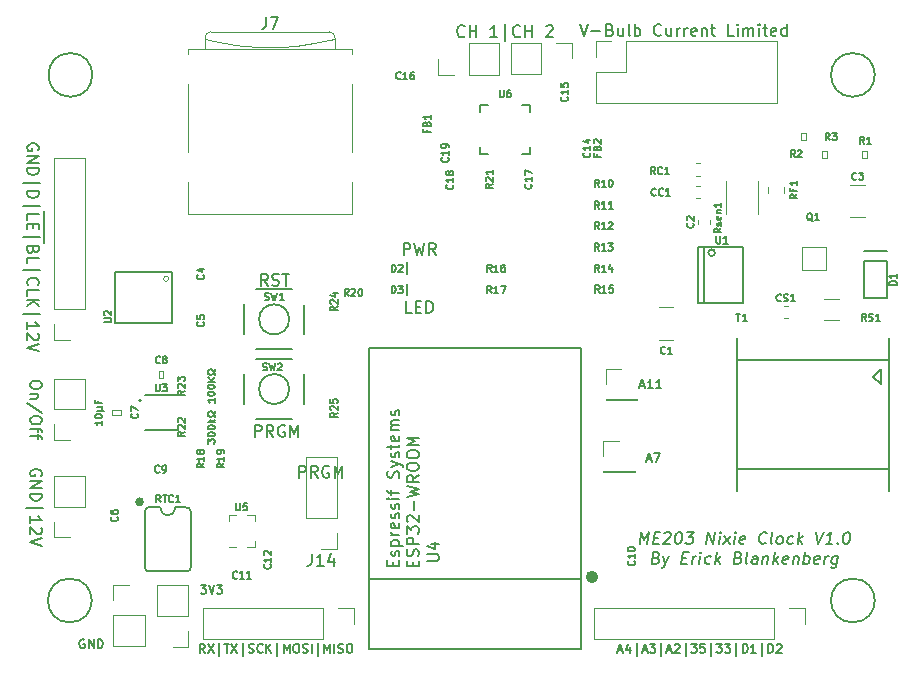
<source format=gbr>
G04 #@! TF.GenerationSoftware,KiCad,Pcbnew,(5.0.1-3-g963ef8bb5)*
G04 #@! TF.CreationDate,2019-05-10T17:55:58-07:00*
G04 #@! TF.ProjectId,ME203_Project,4D453230335F50726F6A6563742E6B69,rev?*
G04 #@! TF.SameCoordinates,Original*
G04 #@! TF.FileFunction,Legend,Top*
G04 #@! TF.FilePolarity,Positive*
%FSLAX46Y46*%
G04 Gerber Fmt 4.6, Leading zero omitted, Abs format (unit mm)*
G04 Created by KiCad (PCBNEW (5.0.1-3-g963ef8bb5)) date Friday, May 10, 2019 at 05:55:58 PM*
%MOMM*%
%LPD*%
G01*
G04 APERTURE LIST*
%ADD10C,0.200000*%
%ADD11C,0.187500*%
%ADD12C,0.120000*%
%ADD13C,0.066040*%
%ADD14C,0.150000*%
%ADD15C,0.500000*%
%ADD16C,0.152400*%
%ADD17C,0.203200*%
%ADD18C,0.100000*%
%ADD19C,0.127000*%
%ADD20C,0.180000*%
%ADD21C,0.254000*%
G04 APERTURE END LIST*
D10*
X125938809Y-78702380D02*
X126063809Y-77702380D01*
X126307857Y-78416666D01*
X126730476Y-77702380D01*
X126605476Y-78702380D01*
X127147142Y-78178571D02*
X127480476Y-78178571D01*
X127557857Y-78702380D02*
X127081666Y-78702380D01*
X127206666Y-77702380D01*
X127682857Y-77702380D01*
X128051904Y-77797619D02*
X128105476Y-77750000D01*
X128206666Y-77702380D01*
X128444761Y-77702380D01*
X128534047Y-77750000D01*
X128575714Y-77797619D01*
X128611428Y-77892857D01*
X128599523Y-77988095D01*
X128534047Y-78130952D01*
X127891190Y-78702380D01*
X128510238Y-78702380D01*
X129254285Y-77702380D02*
X129349523Y-77702380D01*
X129438809Y-77750000D01*
X129480476Y-77797619D01*
X129516190Y-77892857D01*
X129540000Y-78083333D01*
X129510238Y-78321428D01*
X129438809Y-78511904D01*
X129379285Y-78607142D01*
X129325714Y-78654761D01*
X129224523Y-78702380D01*
X129129285Y-78702380D01*
X129040000Y-78654761D01*
X128998333Y-78607142D01*
X128962619Y-78511904D01*
X128938809Y-78321428D01*
X128968571Y-78083333D01*
X129040000Y-77892857D01*
X129099523Y-77797619D01*
X129153095Y-77750000D01*
X129254285Y-77702380D01*
X129920952Y-77702380D02*
X130540000Y-77702380D01*
X130159047Y-78083333D01*
X130301904Y-78083333D01*
X130391190Y-78130952D01*
X130432857Y-78178571D01*
X130468571Y-78273809D01*
X130438809Y-78511904D01*
X130379285Y-78607142D01*
X130325714Y-78654761D01*
X130224523Y-78702380D01*
X129938809Y-78702380D01*
X129849523Y-78654761D01*
X129807857Y-78607142D01*
X131605476Y-78702380D02*
X131730476Y-77702380D01*
X132176904Y-78702380D01*
X132301904Y-77702380D01*
X132653095Y-78702380D02*
X132736428Y-78035714D01*
X132778095Y-77702380D02*
X132724523Y-77750000D01*
X132766190Y-77797619D01*
X132819761Y-77750000D01*
X132778095Y-77702380D01*
X132766190Y-77797619D01*
X133034047Y-78702380D02*
X133641190Y-78035714D01*
X133117380Y-78035714D02*
X133557857Y-78702380D01*
X133938809Y-78702380D02*
X134022142Y-78035714D01*
X134063809Y-77702380D02*
X134010238Y-77750000D01*
X134051904Y-77797619D01*
X134105476Y-77750000D01*
X134063809Y-77702380D01*
X134051904Y-77797619D01*
X134801904Y-78654761D02*
X134700714Y-78702380D01*
X134510238Y-78702380D01*
X134420952Y-78654761D01*
X134385238Y-78559523D01*
X134432857Y-78178571D01*
X134492380Y-78083333D01*
X134593571Y-78035714D01*
X134784047Y-78035714D01*
X134873333Y-78083333D01*
X134909047Y-78178571D01*
X134897142Y-78273809D01*
X134409047Y-78369047D01*
X136617380Y-78607142D02*
X136563809Y-78654761D01*
X136415000Y-78702380D01*
X136319761Y-78702380D01*
X136182857Y-78654761D01*
X136099523Y-78559523D01*
X136063809Y-78464285D01*
X136040000Y-78273809D01*
X136057857Y-78130952D01*
X136129285Y-77940476D01*
X136188809Y-77845238D01*
X136295952Y-77750000D01*
X136444761Y-77702380D01*
X136540000Y-77702380D01*
X136676904Y-77750000D01*
X136718571Y-77797619D01*
X137176904Y-78702380D02*
X137087619Y-78654761D01*
X137051904Y-78559523D01*
X137159047Y-77702380D01*
X137700714Y-78702380D02*
X137611428Y-78654761D01*
X137569761Y-78607142D01*
X137534047Y-78511904D01*
X137569761Y-78226190D01*
X137629285Y-78130952D01*
X137682857Y-78083333D01*
X137784047Y-78035714D01*
X137926904Y-78035714D01*
X138016190Y-78083333D01*
X138057857Y-78130952D01*
X138093571Y-78226190D01*
X138057857Y-78511904D01*
X137998333Y-78607142D01*
X137944761Y-78654761D01*
X137843571Y-78702380D01*
X137700714Y-78702380D01*
X138897142Y-78654761D02*
X138795952Y-78702380D01*
X138605476Y-78702380D01*
X138516190Y-78654761D01*
X138474523Y-78607142D01*
X138438809Y-78511904D01*
X138474523Y-78226190D01*
X138534047Y-78130952D01*
X138587619Y-78083333D01*
X138688809Y-78035714D01*
X138879285Y-78035714D01*
X138968571Y-78083333D01*
X139319761Y-78702380D02*
X139444761Y-77702380D01*
X139462619Y-78321428D02*
X139700714Y-78702380D01*
X139784047Y-78035714D02*
X139355476Y-78416666D01*
X140873333Y-77702380D02*
X141081666Y-78702380D01*
X141540000Y-77702380D01*
X142272142Y-78702380D02*
X141700714Y-78702380D01*
X141986428Y-78702380D02*
X142111428Y-77702380D01*
X141998333Y-77845238D01*
X141891190Y-77940476D01*
X141790000Y-77988095D01*
X142712619Y-78607142D02*
X142754285Y-78654761D01*
X142700714Y-78702380D01*
X142659047Y-78654761D01*
X142712619Y-78607142D01*
X142700714Y-78702380D01*
X143492380Y-77702380D02*
X143587619Y-77702380D01*
X143676904Y-77750000D01*
X143718571Y-77797619D01*
X143754285Y-77892857D01*
X143778095Y-78083333D01*
X143748333Y-78321428D01*
X143676904Y-78511904D01*
X143617380Y-78607142D01*
X143563809Y-78654761D01*
X143462619Y-78702380D01*
X143367380Y-78702380D01*
X143278095Y-78654761D01*
X143236428Y-78607142D01*
X143200714Y-78511904D01*
X143176904Y-78321428D01*
X143206666Y-78083333D01*
X143278095Y-77892857D01*
X143337619Y-77797619D01*
X143391190Y-77750000D01*
X143492380Y-77702380D01*
X127361428Y-79878571D02*
X127498333Y-79926190D01*
X127540000Y-79973809D01*
X127575714Y-80069047D01*
X127557857Y-80211904D01*
X127498333Y-80307142D01*
X127444761Y-80354761D01*
X127343571Y-80402380D01*
X126962619Y-80402380D01*
X127087619Y-79402380D01*
X127420952Y-79402380D01*
X127510238Y-79450000D01*
X127551904Y-79497619D01*
X127587619Y-79592857D01*
X127575714Y-79688095D01*
X127516190Y-79783333D01*
X127462619Y-79830952D01*
X127361428Y-79878571D01*
X127028095Y-79878571D01*
X127950714Y-79735714D02*
X128105476Y-80402380D01*
X128426904Y-79735714D02*
X128105476Y-80402380D01*
X127980476Y-80640476D01*
X127926904Y-80688095D01*
X127825714Y-80735714D01*
X129551904Y-79878571D02*
X129885238Y-79878571D01*
X129962619Y-80402380D02*
X129486428Y-80402380D01*
X129611428Y-79402380D01*
X130087619Y-79402380D01*
X130391190Y-80402380D02*
X130474523Y-79735714D01*
X130450714Y-79926190D02*
X130510238Y-79830952D01*
X130563809Y-79783333D01*
X130665000Y-79735714D01*
X130760238Y-79735714D01*
X131010238Y-80402380D02*
X131093571Y-79735714D01*
X131135238Y-79402380D02*
X131081666Y-79450000D01*
X131123333Y-79497619D01*
X131176904Y-79450000D01*
X131135238Y-79402380D01*
X131123333Y-79497619D01*
X131920952Y-80354761D02*
X131819761Y-80402380D01*
X131629285Y-80402380D01*
X131540000Y-80354761D01*
X131498333Y-80307142D01*
X131462619Y-80211904D01*
X131498333Y-79926190D01*
X131557857Y-79830952D01*
X131611428Y-79783333D01*
X131712619Y-79735714D01*
X131903095Y-79735714D01*
X131992380Y-79783333D01*
X132343571Y-80402380D02*
X132468571Y-79402380D01*
X132486428Y-80021428D02*
X132724523Y-80402380D01*
X132807857Y-79735714D02*
X132379285Y-80116666D01*
X134313809Y-79878571D02*
X134450714Y-79926190D01*
X134492380Y-79973809D01*
X134528095Y-80069047D01*
X134510238Y-80211904D01*
X134450714Y-80307142D01*
X134397142Y-80354761D01*
X134295952Y-80402380D01*
X133915000Y-80402380D01*
X134040000Y-79402380D01*
X134373333Y-79402380D01*
X134462619Y-79450000D01*
X134504285Y-79497619D01*
X134540000Y-79592857D01*
X134528095Y-79688095D01*
X134468571Y-79783333D01*
X134415000Y-79830952D01*
X134313809Y-79878571D01*
X133980476Y-79878571D01*
X135057857Y-80402380D02*
X134968571Y-80354761D01*
X134932857Y-80259523D01*
X135040000Y-79402380D01*
X135867380Y-80402380D02*
X135932857Y-79878571D01*
X135897142Y-79783333D01*
X135807857Y-79735714D01*
X135617380Y-79735714D01*
X135516190Y-79783333D01*
X135873333Y-80354761D02*
X135772142Y-80402380D01*
X135534047Y-80402380D01*
X135444761Y-80354761D01*
X135409047Y-80259523D01*
X135420952Y-80164285D01*
X135480476Y-80069047D01*
X135581666Y-80021428D01*
X135819761Y-80021428D01*
X135920952Y-79973809D01*
X136426904Y-79735714D02*
X136343571Y-80402380D01*
X136415000Y-79830952D02*
X136468571Y-79783333D01*
X136569761Y-79735714D01*
X136712619Y-79735714D01*
X136801904Y-79783333D01*
X136837619Y-79878571D01*
X136772142Y-80402380D01*
X137248333Y-80402380D02*
X137373333Y-79402380D01*
X137391190Y-80021428D02*
X137629285Y-80402380D01*
X137712619Y-79735714D02*
X137284047Y-80116666D01*
X138444761Y-80354761D02*
X138343571Y-80402380D01*
X138153095Y-80402380D01*
X138063809Y-80354761D01*
X138028095Y-80259523D01*
X138075714Y-79878571D01*
X138135238Y-79783333D01*
X138236428Y-79735714D01*
X138426904Y-79735714D01*
X138516190Y-79783333D01*
X138551904Y-79878571D01*
X138540000Y-79973809D01*
X138051904Y-80069047D01*
X138998333Y-79735714D02*
X138915000Y-80402380D01*
X138986428Y-79830952D02*
X139040000Y-79783333D01*
X139141190Y-79735714D01*
X139284047Y-79735714D01*
X139373333Y-79783333D01*
X139409047Y-79878571D01*
X139343571Y-80402380D01*
X139819761Y-80402380D02*
X139944761Y-79402380D01*
X139897142Y-79783333D02*
X139998333Y-79735714D01*
X140188809Y-79735714D01*
X140278095Y-79783333D01*
X140319761Y-79830952D01*
X140355476Y-79926190D01*
X140319761Y-80211904D01*
X140260238Y-80307142D01*
X140206666Y-80354761D01*
X140105476Y-80402380D01*
X139915000Y-80402380D01*
X139825714Y-80354761D01*
X141111428Y-80354761D02*
X141010238Y-80402380D01*
X140819761Y-80402380D01*
X140730476Y-80354761D01*
X140694761Y-80259523D01*
X140742380Y-79878571D01*
X140801904Y-79783333D01*
X140903095Y-79735714D01*
X141093571Y-79735714D01*
X141182857Y-79783333D01*
X141218571Y-79878571D01*
X141206666Y-79973809D01*
X140718571Y-80069047D01*
X141581666Y-80402380D02*
X141665000Y-79735714D01*
X141641190Y-79926190D02*
X141700714Y-79830952D01*
X141754285Y-79783333D01*
X141855476Y-79735714D01*
X141950714Y-79735714D01*
X142712619Y-79735714D02*
X142611428Y-80545238D01*
X142551904Y-80640476D01*
X142498333Y-80688095D01*
X142397142Y-80735714D01*
X142254285Y-80735714D01*
X142165000Y-80688095D01*
X142635238Y-80354761D02*
X142534047Y-80402380D01*
X142343571Y-80402380D01*
X142254285Y-80354761D01*
X142212619Y-80307142D01*
X142176904Y-80211904D01*
X142212619Y-79926190D01*
X142272142Y-79830952D01*
X142325714Y-79783333D01*
X142426904Y-79735714D01*
X142617380Y-79735714D01*
X142706666Y-79783333D01*
D11*
X78928571Y-86825000D02*
X78857142Y-86789285D01*
X78750000Y-86789285D01*
X78642857Y-86825000D01*
X78571428Y-86896428D01*
X78535714Y-86967857D01*
X78500000Y-87110714D01*
X78500000Y-87217857D01*
X78535714Y-87360714D01*
X78571428Y-87432142D01*
X78642857Y-87503571D01*
X78750000Y-87539285D01*
X78821428Y-87539285D01*
X78928571Y-87503571D01*
X78964285Y-87467857D01*
X78964285Y-87217857D01*
X78821428Y-87217857D01*
X79285714Y-87539285D02*
X79285714Y-86789285D01*
X79714285Y-87539285D01*
X79714285Y-86789285D01*
X80071428Y-87539285D02*
X80071428Y-86789285D01*
X80250000Y-86789285D01*
X80357142Y-86825000D01*
X80428571Y-86896428D01*
X80464285Y-86967857D01*
X80500000Y-87110714D01*
X80500000Y-87217857D01*
X80464285Y-87360714D01*
X80428571Y-87432142D01*
X80357142Y-87503571D01*
X80250000Y-87539285D01*
X80071428Y-87539285D01*
X88771428Y-82189285D02*
X89235714Y-82189285D01*
X88985714Y-82475000D01*
X89092857Y-82475000D01*
X89164285Y-82510714D01*
X89200000Y-82546428D01*
X89235714Y-82617857D01*
X89235714Y-82796428D01*
X89200000Y-82867857D01*
X89164285Y-82903571D01*
X89092857Y-82939285D01*
X88878571Y-82939285D01*
X88807142Y-82903571D01*
X88771428Y-82867857D01*
X89450000Y-82189285D02*
X89700000Y-82939285D01*
X89950000Y-82189285D01*
X90128571Y-82189285D02*
X90592857Y-82189285D01*
X90342857Y-82475000D01*
X90450000Y-82475000D01*
X90521428Y-82510714D01*
X90557142Y-82546428D01*
X90592857Y-82617857D01*
X90592857Y-82796428D01*
X90557142Y-82867857D01*
X90521428Y-82903571D01*
X90450000Y-82939285D01*
X90235714Y-82939285D01*
X90164285Y-82903571D01*
X90128571Y-82867857D01*
D10*
X106657142Y-59152380D02*
X106180952Y-59152380D01*
X106180952Y-58152380D01*
X106990476Y-58628571D02*
X107323809Y-58628571D01*
X107466666Y-59152380D02*
X106990476Y-59152380D01*
X106990476Y-58152380D01*
X107466666Y-58152380D01*
X107895238Y-59152380D02*
X107895238Y-58152380D01*
X108133333Y-58152380D01*
X108276190Y-58200000D01*
X108371428Y-58295238D01*
X108419047Y-58390476D01*
X108466666Y-58580952D01*
X108466666Y-58723809D01*
X108419047Y-58914285D01*
X108371428Y-59009523D01*
X108276190Y-59104761D01*
X108133333Y-59152380D01*
X107895238Y-59152380D01*
X105966666Y-54252380D02*
X105966666Y-53252380D01*
X106347619Y-53252380D01*
X106442857Y-53300000D01*
X106490476Y-53347619D01*
X106538095Y-53442857D01*
X106538095Y-53585714D01*
X106490476Y-53680952D01*
X106442857Y-53728571D01*
X106347619Y-53776190D01*
X105966666Y-53776190D01*
X106871428Y-53252380D02*
X107109523Y-54252380D01*
X107300000Y-53538095D01*
X107490476Y-54252380D01*
X107728571Y-53252380D01*
X108680952Y-54252380D02*
X108347619Y-53776190D01*
X108109523Y-54252380D02*
X108109523Y-53252380D01*
X108490476Y-53252380D01*
X108585714Y-53300000D01*
X108633333Y-53347619D01*
X108680952Y-53442857D01*
X108680952Y-53585714D01*
X108633333Y-53680952D01*
X108585714Y-53728571D01*
X108490476Y-53776190D01*
X108109523Y-53776190D01*
D11*
X126007142Y-65325000D02*
X126364285Y-65325000D01*
X125935714Y-65539285D02*
X126185714Y-64789285D01*
X126435714Y-65539285D01*
X127078571Y-65539285D02*
X126650000Y-65539285D01*
X126864285Y-65539285D02*
X126864285Y-64789285D01*
X126792857Y-64896428D01*
X126721428Y-64967857D01*
X126650000Y-65003571D01*
X127792857Y-65539285D02*
X127364285Y-65539285D01*
X127578571Y-65539285D02*
X127578571Y-64789285D01*
X127507142Y-64896428D01*
X127435714Y-64967857D01*
X127364285Y-65003571D01*
X126564285Y-71525000D02*
X126921428Y-71525000D01*
X126492857Y-71739285D02*
X126742857Y-70989285D01*
X126992857Y-71739285D01*
X127171428Y-70989285D02*
X127671428Y-70989285D01*
X127350000Y-71739285D01*
D10*
X111121428Y-35707142D02*
X111073809Y-35754761D01*
X110930952Y-35802380D01*
X110835714Y-35802380D01*
X110692857Y-35754761D01*
X110597619Y-35659523D01*
X110550000Y-35564285D01*
X110502380Y-35373809D01*
X110502380Y-35230952D01*
X110550000Y-35040476D01*
X110597619Y-34945238D01*
X110692857Y-34850000D01*
X110835714Y-34802380D01*
X110930952Y-34802380D01*
X111073809Y-34850000D01*
X111121428Y-34897619D01*
X111550000Y-35802380D02*
X111550000Y-34802380D01*
X111550000Y-35278571D02*
X112121428Y-35278571D01*
X112121428Y-35802380D02*
X112121428Y-34802380D01*
X113883333Y-35802380D02*
X113311904Y-35802380D01*
X113597619Y-35802380D02*
X113597619Y-34802380D01*
X113502380Y-34945238D01*
X113407142Y-35040476D01*
X113311904Y-35088095D01*
X114550000Y-36135714D02*
X114550000Y-34707142D01*
X115835714Y-35707142D02*
X115788095Y-35754761D01*
X115645238Y-35802380D01*
X115550000Y-35802380D01*
X115407142Y-35754761D01*
X115311904Y-35659523D01*
X115264285Y-35564285D01*
X115216666Y-35373809D01*
X115216666Y-35230952D01*
X115264285Y-35040476D01*
X115311904Y-34945238D01*
X115407142Y-34850000D01*
X115550000Y-34802380D01*
X115645238Y-34802380D01*
X115788095Y-34850000D01*
X115835714Y-34897619D01*
X116264285Y-35802380D02*
X116264285Y-34802380D01*
X116264285Y-35278571D02*
X116835714Y-35278571D01*
X116835714Y-35802380D02*
X116835714Y-34802380D01*
X118026190Y-34897619D02*
X118073809Y-34850000D01*
X118169047Y-34802380D01*
X118407142Y-34802380D01*
X118502380Y-34850000D01*
X118550000Y-34897619D01*
X118597619Y-34992857D01*
X118597619Y-35088095D01*
X118550000Y-35230952D01*
X117978571Y-35802380D01*
X118597619Y-35802380D01*
D11*
X89132142Y-87939285D02*
X88882142Y-87582142D01*
X88703571Y-87939285D02*
X88703571Y-87189285D01*
X88989285Y-87189285D01*
X89060714Y-87225000D01*
X89096428Y-87260714D01*
X89132142Y-87332142D01*
X89132142Y-87439285D01*
X89096428Y-87510714D01*
X89060714Y-87546428D01*
X88989285Y-87582142D01*
X88703571Y-87582142D01*
X89382142Y-87189285D02*
X89882142Y-87939285D01*
X89882142Y-87189285D02*
X89382142Y-87939285D01*
X90346428Y-88189285D02*
X90346428Y-87117857D01*
X90775000Y-87189285D02*
X91203571Y-87189285D01*
X90989285Y-87939285D02*
X90989285Y-87189285D01*
X91382142Y-87189285D02*
X91882142Y-87939285D01*
X91882142Y-87189285D02*
X91382142Y-87939285D01*
X92346428Y-88189285D02*
X92346428Y-87117857D01*
X92846428Y-87903571D02*
X92953571Y-87939285D01*
X93132142Y-87939285D01*
X93203571Y-87903571D01*
X93239285Y-87867857D01*
X93275000Y-87796428D01*
X93275000Y-87725000D01*
X93239285Y-87653571D01*
X93203571Y-87617857D01*
X93132142Y-87582142D01*
X92989285Y-87546428D01*
X92917857Y-87510714D01*
X92882142Y-87475000D01*
X92846428Y-87403571D01*
X92846428Y-87332142D01*
X92882142Y-87260714D01*
X92917857Y-87225000D01*
X92989285Y-87189285D01*
X93167857Y-87189285D01*
X93275000Y-87225000D01*
X94025000Y-87867857D02*
X93989285Y-87903571D01*
X93882142Y-87939285D01*
X93810714Y-87939285D01*
X93703571Y-87903571D01*
X93632142Y-87832142D01*
X93596428Y-87760714D01*
X93560714Y-87617857D01*
X93560714Y-87510714D01*
X93596428Y-87367857D01*
X93632142Y-87296428D01*
X93703571Y-87225000D01*
X93810714Y-87189285D01*
X93882142Y-87189285D01*
X93989285Y-87225000D01*
X94025000Y-87260714D01*
X94346428Y-87939285D02*
X94346428Y-87189285D01*
X94775000Y-87939285D02*
X94453571Y-87510714D01*
X94775000Y-87189285D02*
X94346428Y-87617857D01*
X95275000Y-88189285D02*
X95275000Y-87117857D01*
X95810714Y-87939285D02*
X95810714Y-87189285D01*
X96060714Y-87725000D01*
X96310714Y-87189285D01*
X96310714Y-87939285D01*
X96810714Y-87189285D02*
X96953571Y-87189285D01*
X97025000Y-87225000D01*
X97096428Y-87296428D01*
X97132142Y-87439285D01*
X97132142Y-87689285D01*
X97096428Y-87832142D01*
X97025000Y-87903571D01*
X96953571Y-87939285D01*
X96810714Y-87939285D01*
X96739285Y-87903571D01*
X96667857Y-87832142D01*
X96632142Y-87689285D01*
X96632142Y-87439285D01*
X96667857Y-87296428D01*
X96739285Y-87225000D01*
X96810714Y-87189285D01*
X97417857Y-87903571D02*
X97525000Y-87939285D01*
X97703571Y-87939285D01*
X97775000Y-87903571D01*
X97810714Y-87867857D01*
X97846428Y-87796428D01*
X97846428Y-87725000D01*
X97810714Y-87653571D01*
X97775000Y-87617857D01*
X97703571Y-87582142D01*
X97560714Y-87546428D01*
X97489285Y-87510714D01*
X97453571Y-87475000D01*
X97417857Y-87403571D01*
X97417857Y-87332142D01*
X97453571Y-87260714D01*
X97489285Y-87225000D01*
X97560714Y-87189285D01*
X97739285Y-87189285D01*
X97846428Y-87225000D01*
X98167857Y-87939285D02*
X98167857Y-87189285D01*
X98703571Y-88189285D02*
X98703571Y-87117857D01*
X99239285Y-87939285D02*
X99239285Y-87189285D01*
X99489285Y-87725000D01*
X99739285Y-87189285D01*
X99739285Y-87939285D01*
X100096428Y-87939285D02*
X100096428Y-87189285D01*
X100417857Y-87903571D02*
X100525000Y-87939285D01*
X100703571Y-87939285D01*
X100775000Y-87903571D01*
X100810714Y-87867857D01*
X100846428Y-87796428D01*
X100846428Y-87725000D01*
X100810714Y-87653571D01*
X100775000Y-87617857D01*
X100703571Y-87582142D01*
X100560714Y-87546428D01*
X100489285Y-87510714D01*
X100453571Y-87475000D01*
X100417857Y-87403571D01*
X100417857Y-87332142D01*
X100453571Y-87260714D01*
X100489285Y-87225000D01*
X100560714Y-87189285D01*
X100739285Y-87189285D01*
X100846428Y-87225000D01*
X101310714Y-87189285D02*
X101453571Y-87189285D01*
X101525000Y-87225000D01*
X101596428Y-87296428D01*
X101632142Y-87439285D01*
X101632142Y-87689285D01*
X101596428Y-87832142D01*
X101525000Y-87903571D01*
X101453571Y-87939285D01*
X101310714Y-87939285D01*
X101239285Y-87903571D01*
X101167857Y-87832142D01*
X101132142Y-87689285D01*
X101132142Y-87439285D01*
X101167857Y-87296428D01*
X101239285Y-87225000D01*
X101310714Y-87189285D01*
X124121428Y-87725000D02*
X124478571Y-87725000D01*
X124050000Y-87939285D02*
X124300000Y-87189285D01*
X124550000Y-87939285D01*
X125121428Y-87439285D02*
X125121428Y-87939285D01*
X124942857Y-87153571D02*
X124764285Y-87689285D01*
X125228571Y-87689285D01*
X125692857Y-88189285D02*
X125692857Y-87117857D01*
X126192857Y-87725000D02*
X126550000Y-87725000D01*
X126121428Y-87939285D02*
X126371428Y-87189285D01*
X126621428Y-87939285D01*
X126800000Y-87189285D02*
X127264285Y-87189285D01*
X127014285Y-87475000D01*
X127121428Y-87475000D01*
X127192857Y-87510714D01*
X127228571Y-87546428D01*
X127264285Y-87617857D01*
X127264285Y-87796428D01*
X127228571Y-87867857D01*
X127192857Y-87903571D01*
X127121428Y-87939285D01*
X126907142Y-87939285D01*
X126835714Y-87903571D01*
X126800000Y-87867857D01*
X127764285Y-88189285D02*
X127764285Y-87117857D01*
X128264285Y-87725000D02*
X128621428Y-87725000D01*
X128192857Y-87939285D02*
X128442857Y-87189285D01*
X128692857Y-87939285D01*
X128907142Y-87260714D02*
X128942857Y-87225000D01*
X129014285Y-87189285D01*
X129192857Y-87189285D01*
X129264285Y-87225000D01*
X129300000Y-87260714D01*
X129335714Y-87332142D01*
X129335714Y-87403571D01*
X129300000Y-87510714D01*
X128871428Y-87939285D01*
X129335714Y-87939285D01*
X129835714Y-88189285D02*
X129835714Y-87117857D01*
X130300000Y-87189285D02*
X130764285Y-87189285D01*
X130514285Y-87475000D01*
X130621428Y-87475000D01*
X130692857Y-87510714D01*
X130728571Y-87546428D01*
X130764285Y-87617857D01*
X130764285Y-87796428D01*
X130728571Y-87867857D01*
X130692857Y-87903571D01*
X130621428Y-87939285D01*
X130407142Y-87939285D01*
X130335714Y-87903571D01*
X130300000Y-87867857D01*
X131442857Y-87189285D02*
X131085714Y-87189285D01*
X131050000Y-87546428D01*
X131085714Y-87510714D01*
X131157142Y-87475000D01*
X131335714Y-87475000D01*
X131407142Y-87510714D01*
X131442857Y-87546428D01*
X131478571Y-87617857D01*
X131478571Y-87796428D01*
X131442857Y-87867857D01*
X131407142Y-87903571D01*
X131335714Y-87939285D01*
X131157142Y-87939285D01*
X131085714Y-87903571D01*
X131050000Y-87867857D01*
X131978571Y-88189285D02*
X131978571Y-87117857D01*
X132442857Y-87189285D02*
X132907142Y-87189285D01*
X132657142Y-87475000D01*
X132764285Y-87475000D01*
X132835714Y-87510714D01*
X132871428Y-87546428D01*
X132907142Y-87617857D01*
X132907142Y-87796428D01*
X132871428Y-87867857D01*
X132835714Y-87903571D01*
X132764285Y-87939285D01*
X132550000Y-87939285D01*
X132478571Y-87903571D01*
X132442857Y-87867857D01*
X133157142Y-87189285D02*
X133621428Y-87189285D01*
X133371428Y-87475000D01*
X133478571Y-87475000D01*
X133550000Y-87510714D01*
X133585714Y-87546428D01*
X133621428Y-87617857D01*
X133621428Y-87796428D01*
X133585714Y-87867857D01*
X133550000Y-87903571D01*
X133478571Y-87939285D01*
X133264285Y-87939285D01*
X133192857Y-87903571D01*
X133157142Y-87867857D01*
X134121428Y-88189285D02*
X134121428Y-87117857D01*
X134657142Y-87939285D02*
X134657142Y-87189285D01*
X134835714Y-87189285D01*
X134942857Y-87225000D01*
X135014285Y-87296428D01*
X135050000Y-87367857D01*
X135085714Y-87510714D01*
X135085714Y-87617857D01*
X135050000Y-87760714D01*
X135014285Y-87832142D01*
X134942857Y-87903571D01*
X134835714Y-87939285D01*
X134657142Y-87939285D01*
X135800000Y-87939285D02*
X135371428Y-87939285D01*
X135585714Y-87939285D02*
X135585714Y-87189285D01*
X135514285Y-87296428D01*
X135442857Y-87367857D01*
X135371428Y-87403571D01*
X136300000Y-88189285D02*
X136300000Y-87117857D01*
X136835714Y-87939285D02*
X136835714Y-87189285D01*
X137014285Y-87189285D01*
X137121428Y-87225000D01*
X137192857Y-87296428D01*
X137228571Y-87367857D01*
X137264285Y-87510714D01*
X137264285Y-87617857D01*
X137228571Y-87760714D01*
X137192857Y-87832142D01*
X137121428Y-87903571D01*
X137014285Y-87939285D01*
X136835714Y-87939285D01*
X137550000Y-87260714D02*
X137585714Y-87225000D01*
X137657142Y-87189285D01*
X137835714Y-87189285D01*
X137907142Y-87225000D01*
X137942857Y-87260714D01*
X137978571Y-87332142D01*
X137978571Y-87403571D01*
X137942857Y-87510714D01*
X137514285Y-87939285D01*
X137978571Y-87939285D01*
D10*
X93366666Y-69652380D02*
X93366666Y-68652380D01*
X93747619Y-68652380D01*
X93842857Y-68700000D01*
X93890476Y-68747619D01*
X93938095Y-68842857D01*
X93938095Y-68985714D01*
X93890476Y-69080952D01*
X93842857Y-69128571D01*
X93747619Y-69176190D01*
X93366666Y-69176190D01*
X94938095Y-69652380D02*
X94604761Y-69176190D01*
X94366666Y-69652380D02*
X94366666Y-68652380D01*
X94747619Y-68652380D01*
X94842857Y-68700000D01*
X94890476Y-68747619D01*
X94938095Y-68842857D01*
X94938095Y-68985714D01*
X94890476Y-69080952D01*
X94842857Y-69128571D01*
X94747619Y-69176190D01*
X94366666Y-69176190D01*
X95890476Y-68700000D02*
X95795238Y-68652380D01*
X95652380Y-68652380D01*
X95509523Y-68700000D01*
X95414285Y-68795238D01*
X95366666Y-68890476D01*
X95319047Y-69080952D01*
X95319047Y-69223809D01*
X95366666Y-69414285D01*
X95414285Y-69509523D01*
X95509523Y-69604761D01*
X95652380Y-69652380D01*
X95747619Y-69652380D01*
X95890476Y-69604761D01*
X95938095Y-69557142D01*
X95938095Y-69223809D01*
X95747619Y-69223809D01*
X96366666Y-69652380D02*
X96366666Y-68652380D01*
X96700000Y-69366666D01*
X97033333Y-68652380D01*
X97033333Y-69652380D01*
X94452380Y-56852380D02*
X94119047Y-56376190D01*
X93880952Y-56852380D02*
X93880952Y-55852380D01*
X94261904Y-55852380D01*
X94357142Y-55900000D01*
X94404761Y-55947619D01*
X94452380Y-56042857D01*
X94452380Y-56185714D01*
X94404761Y-56280952D01*
X94357142Y-56328571D01*
X94261904Y-56376190D01*
X93880952Y-56376190D01*
X94833333Y-56804761D02*
X94976190Y-56852380D01*
X95214285Y-56852380D01*
X95309523Y-56804761D01*
X95357142Y-56757142D01*
X95404761Y-56661904D01*
X95404761Y-56566666D01*
X95357142Y-56471428D01*
X95309523Y-56423809D01*
X95214285Y-56376190D01*
X95023809Y-56328571D01*
X94928571Y-56280952D01*
X94880952Y-56233333D01*
X94833333Y-56138095D01*
X94833333Y-56042857D01*
X94880952Y-55947619D01*
X94928571Y-55900000D01*
X95023809Y-55852380D01*
X95261904Y-55852380D01*
X95404761Y-55900000D01*
X95690476Y-55852380D02*
X96261904Y-55852380D01*
X95976190Y-56852380D02*
X95976190Y-55852380D01*
X97116666Y-73102380D02*
X97116666Y-72102380D01*
X97497619Y-72102380D01*
X97592857Y-72150000D01*
X97640476Y-72197619D01*
X97688095Y-72292857D01*
X97688095Y-72435714D01*
X97640476Y-72530952D01*
X97592857Y-72578571D01*
X97497619Y-72626190D01*
X97116666Y-72626190D01*
X98688095Y-73102380D02*
X98354761Y-72626190D01*
X98116666Y-73102380D02*
X98116666Y-72102380D01*
X98497619Y-72102380D01*
X98592857Y-72150000D01*
X98640476Y-72197619D01*
X98688095Y-72292857D01*
X98688095Y-72435714D01*
X98640476Y-72530952D01*
X98592857Y-72578571D01*
X98497619Y-72626190D01*
X98116666Y-72626190D01*
X99640476Y-72150000D02*
X99545238Y-72102380D01*
X99402380Y-72102380D01*
X99259523Y-72150000D01*
X99164285Y-72245238D01*
X99116666Y-72340476D01*
X99069047Y-72530952D01*
X99069047Y-72673809D01*
X99116666Y-72864285D01*
X99164285Y-72959523D01*
X99259523Y-73054761D01*
X99402380Y-73102380D01*
X99497619Y-73102380D01*
X99640476Y-73054761D01*
X99688095Y-73007142D01*
X99688095Y-72673809D01*
X99497619Y-72673809D01*
X100116666Y-73102380D02*
X100116666Y-72102380D01*
X100450000Y-72816666D01*
X100783333Y-72102380D01*
X100783333Y-73102380D01*
X120866666Y-34702380D02*
X121200000Y-35702380D01*
X121533333Y-34702380D01*
X121866666Y-35321428D02*
X122628571Y-35321428D01*
X123438095Y-35178571D02*
X123580952Y-35226190D01*
X123628571Y-35273809D01*
X123676190Y-35369047D01*
X123676190Y-35511904D01*
X123628571Y-35607142D01*
X123580952Y-35654761D01*
X123485714Y-35702380D01*
X123104761Y-35702380D01*
X123104761Y-34702380D01*
X123438095Y-34702380D01*
X123533333Y-34750000D01*
X123580952Y-34797619D01*
X123628571Y-34892857D01*
X123628571Y-34988095D01*
X123580952Y-35083333D01*
X123533333Y-35130952D01*
X123438095Y-35178571D01*
X123104761Y-35178571D01*
X124533333Y-35035714D02*
X124533333Y-35702380D01*
X124104761Y-35035714D02*
X124104761Y-35559523D01*
X124152380Y-35654761D01*
X124247619Y-35702380D01*
X124390476Y-35702380D01*
X124485714Y-35654761D01*
X124533333Y-35607142D01*
X125152380Y-35702380D02*
X125057142Y-35654761D01*
X125009523Y-35559523D01*
X125009523Y-34702380D01*
X125533333Y-35702380D02*
X125533333Y-34702380D01*
X125533333Y-35083333D02*
X125628571Y-35035714D01*
X125819047Y-35035714D01*
X125914285Y-35083333D01*
X125961904Y-35130952D01*
X126009523Y-35226190D01*
X126009523Y-35511904D01*
X125961904Y-35607142D01*
X125914285Y-35654761D01*
X125819047Y-35702380D01*
X125628571Y-35702380D01*
X125533333Y-35654761D01*
X127771428Y-35607142D02*
X127723809Y-35654761D01*
X127580952Y-35702380D01*
X127485714Y-35702380D01*
X127342857Y-35654761D01*
X127247619Y-35559523D01*
X127200000Y-35464285D01*
X127152380Y-35273809D01*
X127152380Y-35130952D01*
X127200000Y-34940476D01*
X127247619Y-34845238D01*
X127342857Y-34750000D01*
X127485714Y-34702380D01*
X127580952Y-34702380D01*
X127723809Y-34750000D01*
X127771428Y-34797619D01*
X128628571Y-35035714D02*
X128628571Y-35702380D01*
X128200000Y-35035714D02*
X128200000Y-35559523D01*
X128247619Y-35654761D01*
X128342857Y-35702380D01*
X128485714Y-35702380D01*
X128580952Y-35654761D01*
X128628571Y-35607142D01*
X129104761Y-35702380D02*
X129104761Y-35035714D01*
X129104761Y-35226190D02*
X129152380Y-35130952D01*
X129200000Y-35083333D01*
X129295238Y-35035714D01*
X129390476Y-35035714D01*
X129723809Y-35702380D02*
X129723809Y-35035714D01*
X129723809Y-35226190D02*
X129771428Y-35130952D01*
X129819047Y-35083333D01*
X129914285Y-35035714D01*
X130009523Y-35035714D01*
X130723809Y-35654761D02*
X130628571Y-35702380D01*
X130438095Y-35702380D01*
X130342857Y-35654761D01*
X130295238Y-35559523D01*
X130295238Y-35178571D01*
X130342857Y-35083333D01*
X130438095Y-35035714D01*
X130628571Y-35035714D01*
X130723809Y-35083333D01*
X130771428Y-35178571D01*
X130771428Y-35273809D01*
X130295238Y-35369047D01*
X131200000Y-35035714D02*
X131200000Y-35702380D01*
X131200000Y-35130952D02*
X131247619Y-35083333D01*
X131342857Y-35035714D01*
X131485714Y-35035714D01*
X131580952Y-35083333D01*
X131628571Y-35178571D01*
X131628571Y-35702380D01*
X131961904Y-35035714D02*
X132342857Y-35035714D01*
X132104761Y-34702380D02*
X132104761Y-35559523D01*
X132152380Y-35654761D01*
X132247619Y-35702380D01*
X132342857Y-35702380D01*
X133914285Y-35702380D02*
X133438095Y-35702380D01*
X133438095Y-34702380D01*
X134247619Y-35702380D02*
X134247619Y-35035714D01*
X134247619Y-34702380D02*
X134200000Y-34750000D01*
X134247619Y-34797619D01*
X134295238Y-34750000D01*
X134247619Y-34702380D01*
X134247619Y-34797619D01*
X134723809Y-35702380D02*
X134723809Y-35035714D01*
X134723809Y-35130952D02*
X134771428Y-35083333D01*
X134866666Y-35035714D01*
X135009523Y-35035714D01*
X135104761Y-35083333D01*
X135152380Y-35178571D01*
X135152380Y-35702380D01*
X135152380Y-35178571D02*
X135200000Y-35083333D01*
X135295238Y-35035714D01*
X135438095Y-35035714D01*
X135533333Y-35083333D01*
X135580952Y-35178571D01*
X135580952Y-35702380D01*
X136057142Y-35702380D02*
X136057142Y-35035714D01*
X136057142Y-34702380D02*
X136009523Y-34750000D01*
X136057142Y-34797619D01*
X136104761Y-34750000D01*
X136057142Y-34702380D01*
X136057142Y-34797619D01*
X136390476Y-35035714D02*
X136771428Y-35035714D01*
X136533333Y-34702380D02*
X136533333Y-35559523D01*
X136580952Y-35654761D01*
X136676190Y-35702380D01*
X136771428Y-35702380D01*
X137485714Y-35654761D02*
X137390476Y-35702380D01*
X137200000Y-35702380D01*
X137104761Y-35654761D01*
X137057142Y-35559523D01*
X137057142Y-35178571D01*
X137104761Y-35083333D01*
X137200000Y-35035714D01*
X137390476Y-35035714D01*
X137485714Y-35083333D01*
X137533333Y-35178571D01*
X137533333Y-35273809D01*
X137057142Y-35369047D01*
X138390476Y-35702380D02*
X138390476Y-34702380D01*
X138390476Y-35654761D02*
X138295238Y-35702380D01*
X138104761Y-35702380D01*
X138009523Y-35654761D01*
X137961904Y-35607142D01*
X137914285Y-35511904D01*
X137914285Y-35226190D01*
X137961904Y-35130952D01*
X138009523Y-35083333D01*
X138104761Y-35035714D01*
X138295238Y-35035714D01*
X138390476Y-35083333D01*
X75030866Y-45371100D02*
X75078485Y-45275862D01*
X75078485Y-45133005D01*
X75030866Y-44990148D01*
X74935627Y-44894910D01*
X74840389Y-44847291D01*
X74649913Y-44799672D01*
X74507056Y-44799672D01*
X74316580Y-44847291D01*
X74221342Y-44894910D01*
X74126104Y-44990148D01*
X74078485Y-45133005D01*
X74078485Y-45228243D01*
X74126104Y-45371100D01*
X74173723Y-45418719D01*
X74507056Y-45418719D01*
X74507056Y-45228243D01*
X74078485Y-45847291D02*
X75078485Y-45847291D01*
X74078485Y-46418719D01*
X75078485Y-46418719D01*
X74078485Y-46894910D02*
X75078485Y-46894910D01*
X75078485Y-47133005D01*
X75030866Y-47275862D01*
X74935627Y-47371100D01*
X74840389Y-47418719D01*
X74649913Y-47466338D01*
X74507056Y-47466338D01*
X74316580Y-47418719D01*
X74221342Y-47371100D01*
X74126104Y-47275862D01*
X74078485Y-47133005D01*
X74078485Y-46894910D01*
X73745151Y-48133005D02*
X75173723Y-48133005D01*
X74078485Y-48847291D02*
X75078485Y-48847291D01*
X75078485Y-49085386D01*
X75030866Y-49228243D01*
X74935627Y-49323481D01*
X74840389Y-49371100D01*
X74649913Y-49418719D01*
X74507056Y-49418719D01*
X74316580Y-49371100D01*
X74221342Y-49323481D01*
X74126104Y-49228243D01*
X74078485Y-49085386D01*
X74078485Y-48847291D01*
X73745151Y-50085386D02*
X75173723Y-50085386D01*
X75510866Y-50561577D02*
X75510866Y-51371100D01*
X74078485Y-51275862D02*
X74078485Y-50799672D01*
X75078485Y-50799672D01*
X75510866Y-51371100D02*
X75510866Y-52275862D01*
X74602294Y-51609196D02*
X74602294Y-51942529D01*
X74078485Y-52085386D02*
X74078485Y-51609196D01*
X75078485Y-51609196D01*
X75078485Y-52085386D01*
X75510866Y-52275862D02*
X75510866Y-53228243D01*
X73745151Y-52752053D02*
X75173723Y-52752053D01*
X74602294Y-53799672D02*
X74554675Y-53942529D01*
X74507056Y-53990148D01*
X74411818Y-54037767D01*
X74268961Y-54037767D01*
X74173723Y-53990148D01*
X74126104Y-53942529D01*
X74078485Y-53847291D01*
X74078485Y-53466338D01*
X75078485Y-53466338D01*
X75078485Y-53799672D01*
X75030866Y-53894910D01*
X74983246Y-53942529D01*
X74888008Y-53990148D01*
X74792770Y-53990148D01*
X74697532Y-53942529D01*
X74649913Y-53894910D01*
X74602294Y-53799672D01*
X74602294Y-53466338D01*
X74078485Y-54942529D02*
X74078485Y-54466338D01*
X75078485Y-54466338D01*
X73745151Y-55513957D02*
X75173723Y-55513957D01*
X74173723Y-56799672D02*
X74126104Y-56752053D01*
X74078485Y-56609196D01*
X74078485Y-56513957D01*
X74126104Y-56371100D01*
X74221342Y-56275862D01*
X74316580Y-56228243D01*
X74507056Y-56180624D01*
X74649913Y-56180624D01*
X74840389Y-56228243D01*
X74935627Y-56275862D01*
X75030866Y-56371100D01*
X75078485Y-56513957D01*
X75078485Y-56609196D01*
X75030866Y-56752053D01*
X74983246Y-56799672D01*
X74078485Y-57704434D02*
X74078485Y-57228243D01*
X75078485Y-57228243D01*
X74078485Y-58037767D02*
X75078485Y-58037767D01*
X74078485Y-58609196D02*
X74649913Y-58180624D01*
X75078485Y-58609196D02*
X74507056Y-58037767D01*
X73745151Y-59275862D02*
X75173723Y-59275862D01*
X74078485Y-60513957D02*
X74078485Y-59942529D01*
X74078485Y-60228243D02*
X75078485Y-60228243D01*
X74935627Y-60133005D01*
X74840389Y-60037767D01*
X74792770Y-59942529D01*
X74983246Y-60894910D02*
X75030866Y-60942529D01*
X75078485Y-61037767D01*
X75078485Y-61275862D01*
X75030866Y-61371100D01*
X74983246Y-61418719D01*
X74888008Y-61466338D01*
X74792770Y-61466338D01*
X74649913Y-61418719D01*
X74078485Y-60847291D01*
X74078485Y-61466338D01*
X75078485Y-61752053D02*
X74078485Y-62085386D01*
X75078485Y-62418719D01*
X75328486Y-65144910D02*
X75328486Y-65335386D01*
X75280867Y-65430624D01*
X75185628Y-65525862D01*
X74995152Y-65573481D01*
X74661819Y-65573481D01*
X74471343Y-65525862D01*
X74376105Y-65430624D01*
X74328486Y-65335386D01*
X74328486Y-65144910D01*
X74376105Y-65049672D01*
X74471343Y-64954434D01*
X74661819Y-64906815D01*
X74995152Y-64906815D01*
X75185628Y-64954434D01*
X75280867Y-65049672D01*
X75328486Y-65144910D01*
X74995152Y-66002053D02*
X74328486Y-66002053D01*
X74899914Y-66002053D02*
X74947533Y-66049672D01*
X74995152Y-66144910D01*
X74995152Y-66287767D01*
X74947533Y-66383005D01*
X74852295Y-66430624D01*
X74328486Y-66430624D01*
X75376105Y-67621100D02*
X74090390Y-66763957D01*
X75328486Y-68144910D02*
X75328486Y-68335386D01*
X75280867Y-68430624D01*
X75185628Y-68525862D01*
X74995152Y-68573481D01*
X74661819Y-68573481D01*
X74471343Y-68525862D01*
X74376105Y-68430624D01*
X74328486Y-68335386D01*
X74328486Y-68144910D01*
X74376105Y-68049672D01*
X74471343Y-67954434D01*
X74661819Y-67906815D01*
X74995152Y-67906815D01*
X75185628Y-67954434D01*
X75280867Y-68049672D01*
X75328486Y-68144910D01*
X74995152Y-68859196D02*
X74995152Y-69240148D01*
X74328486Y-69002053D02*
X75185628Y-69002053D01*
X75280867Y-69049672D01*
X75328486Y-69144910D01*
X75328486Y-69240148D01*
X74995152Y-69430624D02*
X74995152Y-69811577D01*
X74328486Y-69573481D02*
X75185628Y-69573481D01*
X75280867Y-69621100D01*
X75328486Y-69716338D01*
X75328486Y-69811577D01*
X75280866Y-72942529D02*
X75328485Y-72847291D01*
X75328485Y-72704434D01*
X75280866Y-72561577D01*
X75185627Y-72466338D01*
X75090389Y-72418719D01*
X74899913Y-72371100D01*
X74757056Y-72371100D01*
X74566580Y-72418719D01*
X74471342Y-72466338D01*
X74376104Y-72561577D01*
X74328485Y-72704434D01*
X74328485Y-72799672D01*
X74376104Y-72942529D01*
X74423723Y-72990148D01*
X74757056Y-72990148D01*
X74757056Y-72799672D01*
X74328485Y-73418719D02*
X75328485Y-73418719D01*
X74328485Y-73990148D01*
X75328485Y-73990148D01*
X74328485Y-74466338D02*
X75328485Y-74466338D01*
X75328485Y-74704434D01*
X75280866Y-74847291D01*
X75185627Y-74942529D01*
X75090389Y-74990148D01*
X74899913Y-75037767D01*
X74757056Y-75037767D01*
X74566580Y-74990148D01*
X74471342Y-74942529D01*
X74376104Y-74847291D01*
X74328485Y-74704434D01*
X74328485Y-74466338D01*
X73995151Y-75704434D02*
X75423723Y-75704434D01*
X74328485Y-76942529D02*
X74328485Y-76371100D01*
X74328485Y-76656815D02*
X75328485Y-76656815D01*
X75185627Y-76561577D01*
X75090389Y-76466338D01*
X75042770Y-76371100D01*
X75233246Y-77323481D02*
X75280866Y-77371100D01*
X75328485Y-77466338D01*
X75328485Y-77704434D01*
X75280866Y-77799672D01*
X75233246Y-77847291D01*
X75138008Y-77894910D01*
X75042770Y-77894910D01*
X74899913Y-77847291D01*
X74328485Y-77275862D01*
X74328485Y-77894910D01*
X75328485Y-78180624D02*
X74328485Y-78513957D01*
X75328485Y-78847291D01*
D12*
G04 #@! TO.C,J11*
X87730000Y-87430000D02*
X86400000Y-87430000D01*
X87730000Y-86100000D02*
X87730000Y-87430000D01*
X87730000Y-84830000D02*
X85070000Y-84830000D01*
X85070000Y-84830000D02*
X85070000Y-82230000D01*
X87730000Y-84830000D02*
X87730000Y-82230000D01*
X87730000Y-82230000D02*
X85070000Y-82230000D01*
G04 #@! TO.C,J13*
X81370000Y-87370000D02*
X84030000Y-87370000D01*
X81370000Y-84770000D02*
X81370000Y-87370000D01*
X84030000Y-84770000D02*
X84030000Y-87370000D01*
X81370000Y-84770000D02*
X84030000Y-84770000D01*
X81370000Y-83500000D02*
X81370000Y-82170000D01*
X81370000Y-82170000D02*
X82700000Y-82170000D01*
G04 #@! TO.C,J14*
X100330000Y-79110000D02*
X99000000Y-79110000D01*
X100330000Y-77780000D02*
X100330000Y-79110000D01*
X100330000Y-76510000D02*
X97670000Y-76510000D01*
X97670000Y-76510000D02*
X97670000Y-71370000D01*
X100330000Y-76510000D02*
X100330000Y-71370000D01*
X100330000Y-71370000D02*
X97670000Y-71370000D01*
G04 #@! TO.C,J12*
X123070000Y-66530000D02*
X125730000Y-66530000D01*
X123070000Y-66470000D02*
X123070000Y-66530000D01*
X125730000Y-66470000D02*
X125730000Y-66530000D01*
X123070000Y-66470000D02*
X125730000Y-66470000D01*
X123070000Y-65200000D02*
X123070000Y-63870000D01*
X123070000Y-63870000D02*
X124400000Y-63870000D01*
G04 #@! TO.C,J10*
X122870000Y-69970000D02*
X124200000Y-69970000D01*
X122870000Y-71300000D02*
X122870000Y-69970000D01*
X122870000Y-72570000D02*
X125530000Y-72570000D01*
X125530000Y-72570000D02*
X125530000Y-72630000D01*
X122870000Y-72570000D02*
X122870000Y-72630000D01*
X122870000Y-72630000D02*
X125530000Y-72630000D01*
D13*
G04 #@! TO.C,C7*
X81280819Y-67383257D02*
X81280819Y-67779497D01*
X81280819Y-67779497D02*
X82078379Y-67779497D01*
X82078379Y-67383257D02*
X82078379Y-67779497D01*
X81280819Y-67383257D02*
X82078379Y-67383257D01*
D14*
G04 #@! TO.C,U4*
X103000000Y-87650000D02*
X121000000Y-87650000D01*
X103000000Y-62150000D02*
X121000000Y-62150000D01*
X103000000Y-87650000D02*
X103000000Y-62150000D01*
X121000000Y-87650000D02*
X121000000Y-62150000D01*
X103000000Y-81650000D02*
X121000000Y-81650000D01*
D15*
X122189981Y-81504000D02*
G75*
G03X122189981Y-81504000I-283981J0D01*
G01*
D16*
G04 #@! TO.C,U6*
X112467200Y-45073200D02*
X112467200Y-45682800D01*
X113076800Y-41517200D02*
X112467200Y-41517200D01*
X116023200Y-45682800D02*
X116632800Y-45682800D01*
X116632800Y-41517200D02*
X116023200Y-41517200D01*
X112467200Y-41517200D02*
X112467200Y-42126800D01*
X112467200Y-45682800D02*
X113076800Y-45682800D01*
X116632800Y-45682800D02*
X116632800Y-45073200D01*
X116632800Y-42126800D02*
X116632800Y-41517200D01*
D12*
G04 #@! TO.C,J8*
X120230000Y-36270000D02*
X120230000Y-37600000D01*
X118900000Y-36270000D02*
X120230000Y-36270000D01*
X117630000Y-36270000D02*
X117630000Y-38930000D01*
X117630000Y-38930000D02*
X115030000Y-38930000D01*
X117630000Y-36270000D02*
X115030000Y-36270000D01*
X115030000Y-36270000D02*
X115030000Y-38930000D01*
G04 #@! TO.C,J9*
X114070000Y-38980000D02*
X114070000Y-36320000D01*
X111470000Y-38980000D02*
X114070000Y-38980000D01*
X111470000Y-36320000D02*
X114070000Y-36320000D01*
X111470000Y-38980000D02*
X111470000Y-36320000D01*
X110200000Y-38980000D02*
X108870000Y-38980000D01*
X108870000Y-38980000D02*
X108870000Y-37650000D01*
G04 #@! TO.C,J1*
X122220000Y-41370000D02*
X122220000Y-38770000D01*
X122220000Y-41370000D02*
X137580000Y-41370000D01*
X137580000Y-41370000D02*
X137580000Y-36170000D01*
X124820000Y-36170000D02*
X137580000Y-36170000D01*
X124820000Y-38770000D02*
X124820000Y-36170000D01*
X122220000Y-38770000D02*
X124820000Y-38770000D01*
X122220000Y-36170000D02*
X123550000Y-36170000D01*
X122220000Y-37500000D02*
X122220000Y-36170000D01*
G04 #@! TO.C,J7*
X99650000Y-36040000D02*
X100150000Y-35940000D01*
X98350000Y-36340000D02*
X99650000Y-36040000D01*
X96850000Y-36540000D02*
X98350000Y-36340000D01*
X95550000Y-36640000D02*
X96850000Y-36540000D01*
X93750000Y-36640000D02*
X95550000Y-36640000D01*
X92450000Y-36540000D02*
X93750000Y-36640000D01*
X91650000Y-36440000D02*
X92450000Y-36540000D01*
X89950000Y-36140000D02*
X91650000Y-36440000D01*
X89150000Y-35940000D02*
X89950000Y-36140000D01*
X89650000Y-35340000D02*
X99650000Y-35340000D01*
X89150000Y-36840000D02*
X89150000Y-35840000D01*
X100150000Y-36840000D02*
X100150000Y-35840000D01*
X87740000Y-36840000D02*
X101560000Y-36840000D01*
X101560000Y-50760000D02*
X87740000Y-50760000D01*
X101560000Y-48060000D02*
X101560000Y-50760000D01*
X101560000Y-36840000D02*
X101560000Y-37240000D01*
X101560000Y-39760000D02*
X101560000Y-45540000D01*
X87740000Y-48060000D02*
X87740000Y-50760000D01*
X87740000Y-39760000D02*
X87740000Y-45540000D01*
X87740000Y-36840000D02*
X87740000Y-37240000D01*
X100150000Y-35840000D02*
G75*
G03X99650000Y-35340000I-500000J0D01*
G01*
X89650000Y-35340000D02*
G75*
G03X89150000Y-35840000I0J-500000D01*
G01*
D17*
G04 #@! TO.C,H3*
X77750000Y-40854200D02*
G75*
G03X77750000Y-37145800I0J1854200D01*
G01*
X77750000Y-37145800D02*
G75*
G03X77750000Y-40854200I0J-1854200D01*
G01*
X77750000Y-40854200D02*
G75*
G03X77750000Y-37145800I0J1854200D01*
G01*
X77750000Y-37145800D02*
G75*
G03X77750000Y-40854200I0J-1854200D01*
G01*
D18*
G04 #@! TO.C,U5*
X93350000Y-78950000D02*
X93350000Y-78470000D01*
X93350000Y-76730000D02*
X93350000Y-76250000D01*
X93350000Y-76250000D02*
X92710000Y-76250000D01*
X93350000Y-78950000D02*
X92710000Y-78950000D01*
X91790000Y-76250000D02*
X91150000Y-76250000D01*
X91150000Y-76730000D02*
X91150000Y-76250000D01*
X91790000Y-78950000D02*
X91150000Y-78950000D01*
D17*
G04 #@! TO.C,SW2*
X92460000Y-66839520D02*
X92460000Y-64330000D01*
X93460760Y-63060000D02*
X96539240Y-63060000D01*
X97540000Y-64360480D02*
X97540000Y-66839520D01*
X96539240Y-68140000D02*
X93460760Y-68140000D01*
X96270000Y-65600000D02*
G75*
G03X96270000Y-65600000I-1270000J0D01*
G01*
G04 #@! TO.C,SW1*
X96270000Y-59700000D02*
G75*
G03X96270000Y-59700000I-1270000J0D01*
G01*
X96539240Y-62240000D02*
X93460760Y-62240000D01*
X97540000Y-58460480D02*
X97540000Y-60939520D01*
X93460760Y-57160000D02*
X96539240Y-57160000D01*
X92460000Y-60939520D02*
X92460000Y-58430000D01*
D19*
G04 #@! TO.C,D3*
X106212500Y-57674980D02*
X106212500Y-56725020D01*
G04 #@! TO.C,D2*
X106212500Y-55824980D02*
X106212500Y-54875020D01*
D12*
G04 #@! TO.C,J6*
X122060000Y-84120000D02*
X122060000Y-86780000D01*
X137360000Y-84120000D02*
X122060000Y-84120000D01*
X137360000Y-86780000D02*
X122060000Y-86780000D01*
X137360000Y-84120000D02*
X137360000Y-86780000D01*
X138630000Y-84120000D02*
X139960000Y-84120000D01*
X139960000Y-84120000D02*
X139960000Y-85450000D01*
G04 #@! TO.C,J2*
X88960000Y-84120000D02*
X88960000Y-86780000D01*
X99180000Y-84120000D02*
X88960000Y-84120000D01*
X99180000Y-86780000D02*
X88960000Y-86780000D01*
X99180000Y-84120000D02*
X99180000Y-86780000D01*
X100450000Y-84120000D02*
X101780000Y-84120000D01*
X101780000Y-84120000D02*
X101780000Y-85450000D01*
D17*
G04 #@! TO.C,H4*
X144000000Y-40854200D02*
G75*
G03X144000000Y-37145800I0J1854200D01*
G01*
X144000000Y-37145800D02*
G75*
G03X144000000Y-40854200I0J-1854200D01*
G01*
X144000000Y-40854200D02*
G75*
G03X144000000Y-37145800I0J1854200D01*
G01*
X144000000Y-37145800D02*
G75*
G03X144000000Y-40854200I0J-1854200D01*
G01*
G04 #@! TO.C,H2*
X144000000Y-81645800D02*
G75*
G03X144000000Y-85354200I0J-1854200D01*
G01*
X144000000Y-85354200D02*
G75*
G03X144000000Y-81645800I0J1854200D01*
G01*
X144000000Y-81645800D02*
G75*
G03X144000000Y-85354200I0J-1854200D01*
G01*
X144000000Y-85354200D02*
G75*
G03X144000000Y-81645800I0J1854200D01*
G01*
G04 #@! TO.C,H1*
X77700000Y-85354200D02*
G75*
G03X77700000Y-81645800I0J1854200D01*
G01*
X77700000Y-81645800D02*
G75*
G03X77700000Y-85354200I0J-1854200D01*
G01*
X77700000Y-85354200D02*
G75*
G03X77700000Y-81645800I0J1854200D01*
G01*
X77700000Y-81645800D02*
G75*
G03X77700000Y-85354200I0J-1854200D01*
G01*
D13*
G04 #@! TO.C,C8*
X85627720Y-64031655D02*
X85627721Y-64631096D01*
X85627721Y-64631096D02*
X85231480Y-64631097D01*
X85231479Y-64031656D02*
X85231480Y-64631097D01*
X85627720Y-64031655D02*
X85231479Y-64031656D01*
G04 #@! TO.C,R1*
X145198120Y-45450280D02*
X145198120Y-46049720D01*
X145198120Y-46049720D02*
X144801880Y-46049720D01*
X144801880Y-45450280D02*
X144801880Y-46049720D01*
X145198120Y-45450280D02*
X144801880Y-45450280D01*
G04 #@! TO.C,R2*
X141798120Y-45450280D02*
X141401880Y-45450280D01*
X141401880Y-45450280D02*
X141401880Y-46049720D01*
X141798120Y-46049720D02*
X141401880Y-46049720D01*
X141798120Y-45450280D02*
X141798120Y-46049720D01*
G04 #@! TO.C,R3*
X139998120Y-43900280D02*
X139998120Y-44499720D01*
X139998120Y-44499720D02*
X139601880Y-44499720D01*
X139601880Y-43900280D02*
X139601880Y-44499720D01*
X139998120Y-43900280D02*
X139601880Y-43900280D01*
D19*
G04 #@! TO.C,U3*
X84029599Y-66081377D02*
X86829599Y-66081377D01*
X84029599Y-69081377D02*
X86829599Y-69081377D01*
D20*
X83719599Y-66581377D02*
G75*
G03X83719599Y-66581377I-90000J0D01*
G01*
D21*
G04 #@! TO.C,RTC1*
X83863000Y-75152000D02*
G75*
G03X83863000Y-75152000I-254000J0D01*
G01*
X83736000Y-75152000D02*
G75*
G03X83736000Y-75152000I-127000J0D01*
G01*
D17*
X87967640Y-80663800D02*
X87967640Y-75990200D01*
X84076360Y-75990200D02*
X84076360Y-80762860D01*
X84457360Y-81044800D02*
X87586640Y-81044800D01*
X87472340Y-75609200D02*
X86631600Y-75609200D01*
X84358300Y-75609200D02*
X85361600Y-75609200D01*
X84076360Y-80760320D02*
G75*
G03X84457360Y-81044800I332740J48260D01*
G01*
X87967640Y-75990200D02*
G75*
G03X87485040Y-75609200I-431800J-50800D01*
G01*
X87586640Y-81044800D02*
G75*
G03X87967640Y-80663800I0J381000D01*
G01*
X84358300Y-75611740D02*
G75*
G03X84076360Y-75990200I48260J-330200D01*
G01*
X85361600Y-75660000D02*
G75*
G03X86631600Y-75660000I635000J0D01*
G01*
D19*
G04 #@! TO.C,D1*
X146852500Y-54775200D02*
X146852500Y-57924800D01*
X146852500Y-57924800D02*
X144947500Y-57924800D01*
X144947500Y-57924800D02*
X144947500Y-54775200D01*
X144947500Y-54775200D02*
X146852500Y-54775200D01*
X146852500Y-53937000D02*
X144947500Y-53937000D01*
D13*
G04 #@! TO.C,Q1*
X139701780Y-53551780D02*
X139701780Y-55548220D01*
X139701780Y-55548220D02*
X141698220Y-55548220D01*
X141698220Y-53551780D02*
X141698220Y-55548220D01*
X139701780Y-53551780D02*
X141698220Y-53551780D01*
D17*
G04 #@! TO.C,U1*
X134699920Y-58347760D02*
X131400460Y-58347760D01*
X131400460Y-58347760D02*
X130900080Y-58347760D01*
X130900080Y-58347760D02*
X130900080Y-53552240D01*
X130900080Y-53552240D02*
X131400460Y-53552240D01*
X131400460Y-53552240D02*
X134699920Y-53552240D01*
X134699920Y-53552240D02*
X134699920Y-58347760D01*
X131400460Y-58347760D02*
X131400460Y-53552240D01*
D19*
X132319940Y-54045000D02*
G75*
G03X132319940Y-54045000I-281940J0D01*
G01*
G04 #@! TO.C,T1*
X146363220Y-65210000D02*
X145728220Y-64575000D01*
X145728220Y-64575000D02*
X146363220Y-63940000D01*
X146363220Y-63940000D02*
X146363220Y-65210000D01*
X147097280Y-74249860D02*
X147097280Y-61250140D01*
X134199160Y-61250140D02*
X134199160Y-74249860D01*
X146998220Y-72349940D02*
X134298220Y-72349940D01*
X146998220Y-63150060D02*
X134298220Y-63150060D01*
D18*
G04 #@! TO.C,U2*
X86065740Y-56256576D02*
G75*
G03X86065740Y-56256576I-213360J0D01*
G01*
D17*
X86327360Y-55685076D02*
X81531840Y-55685076D01*
X86327360Y-59977676D02*
X86327360Y-55685076D01*
X81531840Y-59977676D02*
X86327360Y-59977676D01*
X81531840Y-55685076D02*
X81531840Y-59977676D01*
D12*
G04 #@! TO.C,J5*
X77679599Y-78161376D02*
X76349599Y-78161376D01*
X76349599Y-78161376D02*
X76349599Y-76831376D01*
X76349599Y-75561376D02*
X76349599Y-72961376D01*
X79009599Y-72961377D02*
X76349599Y-72961376D01*
X79009599Y-75561376D02*
X79009599Y-72961377D01*
X79009599Y-75561376D02*
X76349599Y-75561376D01*
G04 #@! TO.C,J4*
X77679599Y-69911376D02*
X76349599Y-69911376D01*
X76349599Y-69911376D02*
X76349599Y-68581376D01*
X76349599Y-67311376D02*
X76349599Y-64711376D01*
X79009599Y-64711377D02*
X76349599Y-64711376D01*
X79009599Y-67311376D02*
X79009599Y-64711377D01*
X79009599Y-67311376D02*
X76349599Y-67311376D01*
G04 #@! TO.C,J3*
X77679599Y-61411376D02*
X76349599Y-61411376D01*
X76349599Y-61411376D02*
X76349599Y-60081376D01*
X76349599Y-58811376D02*
X76349599Y-46051376D01*
X79009599Y-46051376D02*
X76349599Y-46051376D01*
X79009599Y-58811376D02*
X79009599Y-46051376D01*
X79009599Y-58811376D02*
X76349599Y-58811376D01*
G04 #@! TO.C,CS1*
X138149721Y-59560000D02*
X138475279Y-59560000D01*
X138149721Y-58540000D02*
X138475279Y-58540000D01*
G04 #@! TO.C,CC1*
X130737221Y-49460000D02*
X131062779Y-49460000D01*
X130737221Y-48440000D02*
X131062779Y-48440000D01*
G04 #@! TO.C,C2*
X131910000Y-51612779D02*
X131910000Y-51287221D01*
X130890000Y-51612779D02*
X130890000Y-51287221D01*
G04 #@! TO.C,C3*
X145002064Y-48290000D02*
X143797936Y-48290000D01*
X145002064Y-51010000D02*
X143797936Y-51010000D01*
G04 #@! TO.C,C1*
X128802064Y-58690000D02*
X127597936Y-58690000D01*
X128802064Y-61410000D02*
X127597936Y-61410000D01*
G04 #@! TO.C,RC1*
X131052779Y-46500000D02*
X130727221Y-46500000D01*
X131052779Y-47520000D02*
X130727221Y-47520000D01*
G04 #@! TO.C,RF1*
X136790000Y-48491422D02*
X136790000Y-49008578D01*
X138210000Y-48491422D02*
X138210000Y-49008578D01*
G04 #@! TO.C,RS1*
X141597936Y-59760000D02*
X142802064Y-59760000D01*
X141597936Y-57940000D02*
X142802064Y-57940000D01*
G04 #@! TO.C,Rsen1*
X135960000Y-50752064D02*
X135960000Y-47947936D01*
X133240000Y-50752064D02*
X133240000Y-47947936D01*
G04 #@! TO.C,J14*
D14*
X98190476Y-79562380D02*
X98190476Y-80276666D01*
X98142857Y-80419523D01*
X98047619Y-80514761D01*
X97904761Y-80562380D01*
X97809523Y-80562380D01*
X99190476Y-80562380D02*
X98619047Y-80562380D01*
X98904761Y-80562380D02*
X98904761Y-79562380D01*
X98809523Y-79705238D01*
X98714285Y-79800476D01*
X98619047Y-79848095D01*
X100047619Y-79895714D02*
X100047619Y-80562380D01*
X99809523Y-79514761D02*
X99571428Y-80229047D01*
X100190476Y-80229047D01*
G04 #@! TO.C,R23*
D19*
X87435370Y-65723261D02*
X87145084Y-65926461D01*
X87435370Y-66071604D02*
X86825770Y-66071604D01*
X86825770Y-65839376D01*
X86854799Y-65781318D01*
X86883827Y-65752290D01*
X86941884Y-65723261D01*
X87028970Y-65723261D01*
X87087027Y-65752290D01*
X87116056Y-65781318D01*
X87145084Y-65839376D01*
X87145084Y-66071604D01*
X86883827Y-65491033D02*
X86854799Y-65462004D01*
X86825770Y-65403947D01*
X86825770Y-65258804D01*
X86854799Y-65200747D01*
X86883827Y-65171718D01*
X86941884Y-65142690D01*
X86999941Y-65142690D01*
X87087027Y-65171718D01*
X87435370Y-65520061D01*
X87435370Y-65142690D01*
X86825770Y-64939490D02*
X86825770Y-64562118D01*
X87057999Y-64765318D01*
X87057999Y-64678233D01*
X87087027Y-64620176D01*
X87116056Y-64591147D01*
X87174113Y-64562118D01*
X87319256Y-64562118D01*
X87377313Y-64591147D01*
X87406341Y-64620176D01*
X87435370Y-64678233D01*
X87435370Y-64852404D01*
X87406341Y-64910461D01*
X87377313Y-64939490D01*
X89975370Y-66390918D02*
X89975370Y-66739261D01*
X89975370Y-66565090D02*
X89365770Y-66565090D01*
X89452856Y-66623147D01*
X89510913Y-66681204D01*
X89539941Y-66739261D01*
X89365770Y-66013547D02*
X89365770Y-65955490D01*
X89394799Y-65897433D01*
X89423827Y-65868404D01*
X89481884Y-65839376D01*
X89597999Y-65810347D01*
X89743141Y-65810347D01*
X89859256Y-65839376D01*
X89917313Y-65868404D01*
X89946341Y-65897433D01*
X89975370Y-65955490D01*
X89975370Y-66013547D01*
X89946341Y-66071604D01*
X89917313Y-66100633D01*
X89859256Y-66129661D01*
X89743141Y-66158690D01*
X89597999Y-66158690D01*
X89481884Y-66129661D01*
X89423827Y-66100633D01*
X89394799Y-66071604D01*
X89365770Y-66013547D01*
X89365770Y-65432976D02*
X89365770Y-65374918D01*
X89394799Y-65316861D01*
X89423827Y-65287833D01*
X89481884Y-65258804D01*
X89597999Y-65229776D01*
X89743141Y-65229776D01*
X89859256Y-65258804D01*
X89917313Y-65287833D01*
X89946341Y-65316861D01*
X89975370Y-65374918D01*
X89975370Y-65432976D01*
X89946341Y-65491033D01*
X89917313Y-65520061D01*
X89859256Y-65549090D01*
X89743141Y-65578118D01*
X89597999Y-65578118D01*
X89481884Y-65549090D01*
X89423827Y-65520061D01*
X89394799Y-65491033D01*
X89365770Y-65432976D01*
X89975370Y-64968518D02*
X89365770Y-64968518D01*
X89975370Y-64620176D02*
X89627027Y-64881433D01*
X89365770Y-64620176D02*
X89714113Y-64968518D01*
X89975370Y-64387947D02*
X89975370Y-64242804D01*
X89859256Y-64242804D01*
X89830227Y-64300861D01*
X89772170Y-64358918D01*
X89685084Y-64387947D01*
X89539941Y-64387947D01*
X89452856Y-64358918D01*
X89394799Y-64300861D01*
X89365770Y-64213776D01*
X89365770Y-64097661D01*
X89394799Y-64010576D01*
X89452856Y-63952518D01*
X89539941Y-63923490D01*
X89685084Y-63923490D01*
X89772170Y-63952518D01*
X89830227Y-64010576D01*
X89859256Y-64068633D01*
X89975370Y-64068633D01*
X89975370Y-63923490D01*
G04 #@! TO.C,R22*
X87435370Y-69223261D02*
X87145084Y-69426461D01*
X87435370Y-69571604D02*
X86825770Y-69571604D01*
X86825770Y-69339376D01*
X86854799Y-69281318D01*
X86883827Y-69252290D01*
X86941884Y-69223261D01*
X87028970Y-69223261D01*
X87087027Y-69252290D01*
X87116056Y-69281318D01*
X87145084Y-69339376D01*
X87145084Y-69571604D01*
X86883827Y-68991033D02*
X86854799Y-68962004D01*
X86825770Y-68903947D01*
X86825770Y-68758804D01*
X86854799Y-68700747D01*
X86883827Y-68671718D01*
X86941884Y-68642690D01*
X86999941Y-68642690D01*
X87087027Y-68671718D01*
X87435370Y-69020061D01*
X87435370Y-68642690D01*
X86883827Y-68410461D02*
X86854799Y-68381433D01*
X86825770Y-68323376D01*
X86825770Y-68178233D01*
X86854799Y-68120176D01*
X86883827Y-68091147D01*
X86941884Y-68062118D01*
X86999941Y-68062118D01*
X87087027Y-68091147D01*
X87435370Y-68439490D01*
X87435370Y-68062118D01*
X89365770Y-70210233D02*
X89365770Y-69832861D01*
X89597999Y-70036061D01*
X89597999Y-69948976D01*
X89627027Y-69890918D01*
X89656056Y-69861890D01*
X89714113Y-69832861D01*
X89859256Y-69832861D01*
X89917313Y-69861890D01*
X89946341Y-69890918D01*
X89975370Y-69948976D01*
X89975370Y-70123147D01*
X89946341Y-70181204D01*
X89917313Y-70210233D01*
X89365770Y-69455490D02*
X89365770Y-69397433D01*
X89394799Y-69339376D01*
X89423827Y-69310347D01*
X89481884Y-69281318D01*
X89597999Y-69252290D01*
X89743141Y-69252290D01*
X89859256Y-69281318D01*
X89917313Y-69310347D01*
X89946341Y-69339376D01*
X89975370Y-69397433D01*
X89975370Y-69455490D01*
X89946341Y-69513547D01*
X89917313Y-69542576D01*
X89859256Y-69571604D01*
X89743141Y-69600633D01*
X89597999Y-69600633D01*
X89481884Y-69571604D01*
X89423827Y-69542576D01*
X89394799Y-69513547D01*
X89365770Y-69455490D01*
X89365770Y-68874918D02*
X89365770Y-68816861D01*
X89394799Y-68758804D01*
X89423827Y-68729776D01*
X89481884Y-68700747D01*
X89597999Y-68671718D01*
X89743141Y-68671718D01*
X89859256Y-68700747D01*
X89917313Y-68729776D01*
X89946341Y-68758804D01*
X89975370Y-68816861D01*
X89975370Y-68874918D01*
X89946341Y-68932976D01*
X89917313Y-68962004D01*
X89859256Y-68991033D01*
X89743141Y-69020061D01*
X89597999Y-69020061D01*
X89481884Y-68991033D01*
X89423827Y-68962004D01*
X89394799Y-68932976D01*
X89365770Y-68874918D01*
X89975370Y-68410461D02*
X89365770Y-68410461D01*
X89743141Y-68352404D02*
X89975370Y-68178233D01*
X89568970Y-68178233D02*
X89801199Y-68410461D01*
X89975370Y-67946004D02*
X89975370Y-67800861D01*
X89859256Y-67800861D01*
X89830227Y-67858918D01*
X89772170Y-67916976D01*
X89685084Y-67946004D01*
X89539941Y-67946004D01*
X89452856Y-67916976D01*
X89394799Y-67858918D01*
X89365770Y-67771833D01*
X89365770Y-67655718D01*
X89394799Y-67568633D01*
X89452856Y-67510576D01*
X89539941Y-67481547D01*
X89685084Y-67481547D01*
X89772170Y-67510576D01*
X89830227Y-67568633D01*
X89859256Y-67626690D01*
X89975370Y-67626690D01*
X89975370Y-67481547D01*
G04 #@! TO.C,C7*
X83421313Y-67682977D02*
X83450341Y-67712005D01*
X83479370Y-67799091D01*
X83479370Y-67857148D01*
X83450341Y-67944234D01*
X83392284Y-68002291D01*
X83334227Y-68031319D01*
X83218113Y-68060348D01*
X83131027Y-68060348D01*
X83014913Y-68031319D01*
X82956856Y-68002291D01*
X82898799Y-67944234D01*
X82869770Y-67857148D01*
X82869770Y-67799091D01*
X82898799Y-67712005D01*
X82927827Y-67682977D01*
X82869770Y-67479777D02*
X82869770Y-67073377D01*
X83479370Y-67334634D01*
X80431370Y-68278062D02*
X80431370Y-68626405D01*
X80431370Y-68452234D02*
X79821770Y-68452234D01*
X79908856Y-68510291D01*
X79966913Y-68568348D01*
X79995941Y-68626405D01*
X79821770Y-67900691D02*
X79821770Y-67842634D01*
X79850799Y-67784577D01*
X79879827Y-67755548D01*
X79937884Y-67726519D01*
X80053999Y-67697491D01*
X80199141Y-67697491D01*
X80315256Y-67726519D01*
X80373313Y-67755548D01*
X80402341Y-67784577D01*
X80431370Y-67842634D01*
X80431370Y-67900691D01*
X80402341Y-67958748D01*
X80373313Y-67987777D01*
X80315256Y-68016805D01*
X80199141Y-68045834D01*
X80053999Y-68045834D01*
X79937884Y-68016805D01*
X79879827Y-67987777D01*
X79850799Y-67958748D01*
X79821770Y-67900691D01*
X80024970Y-67436234D02*
X80634570Y-67436234D01*
X80344284Y-67145948D02*
X80402341Y-67116919D01*
X80431370Y-67058862D01*
X80344284Y-67436234D02*
X80402341Y-67407205D01*
X80431370Y-67349148D01*
X80431370Y-67233034D01*
X80402341Y-67174977D01*
X80344284Y-67145948D01*
X80024970Y-67145948D01*
X80112056Y-66594405D02*
X80112056Y-66797605D01*
X80431370Y-66797605D02*
X79821770Y-66797605D01*
X79821770Y-66507319D01*
G04 #@! TO.C,C19*
X109717714Y-45991885D02*
X109746742Y-46020914D01*
X109775771Y-46108000D01*
X109775771Y-46166057D01*
X109746742Y-46253142D01*
X109688685Y-46311200D01*
X109630628Y-46340228D01*
X109514514Y-46369257D01*
X109427428Y-46369257D01*
X109311314Y-46340228D01*
X109253257Y-46311200D01*
X109195200Y-46253142D01*
X109166171Y-46166057D01*
X109166171Y-46108000D01*
X109195200Y-46020914D01*
X109224228Y-45991885D01*
X109775771Y-45411314D02*
X109775771Y-45759657D01*
X109775771Y-45585485D02*
X109166171Y-45585485D01*
X109253257Y-45643542D01*
X109311314Y-45701600D01*
X109340342Y-45759657D01*
X109775771Y-45121028D02*
X109775771Y-45004914D01*
X109746742Y-44946857D01*
X109717714Y-44917828D01*
X109630628Y-44859771D01*
X109514514Y-44830742D01*
X109282285Y-44830742D01*
X109224228Y-44859771D01*
X109195200Y-44888800D01*
X109166171Y-44946857D01*
X109166171Y-45062971D01*
X109195200Y-45121028D01*
X109224228Y-45150057D01*
X109282285Y-45179085D01*
X109427428Y-45179085D01*
X109485485Y-45150057D01*
X109514514Y-45121028D01*
X109543542Y-45062971D01*
X109543542Y-44946857D01*
X109514514Y-44888800D01*
X109485485Y-44859771D01*
X109427428Y-44830742D01*
G04 #@! TO.C,U4*
D14*
X107952380Y-80161904D02*
X108761904Y-80161904D01*
X108857142Y-80114285D01*
X108904761Y-80066666D01*
X108952380Y-79971428D01*
X108952380Y-79780952D01*
X108904761Y-79685714D01*
X108857142Y-79638095D01*
X108761904Y-79590476D01*
X107952380Y-79590476D01*
X108285714Y-78685714D02*
X108952380Y-78685714D01*
X107904761Y-78923809D02*
X108619047Y-79161904D01*
X108619047Y-78542857D01*
X106721571Y-80606380D02*
X106721571Y-80273047D01*
X107245380Y-80130190D02*
X107245380Y-80606380D01*
X106245380Y-80606380D01*
X106245380Y-80130190D01*
X107197761Y-79749238D02*
X107245380Y-79606380D01*
X107245380Y-79368285D01*
X107197761Y-79273047D01*
X107150142Y-79225428D01*
X107054904Y-79177809D01*
X106959666Y-79177809D01*
X106864428Y-79225428D01*
X106816809Y-79273047D01*
X106769190Y-79368285D01*
X106721571Y-79558761D01*
X106673952Y-79654000D01*
X106626333Y-79701619D01*
X106531095Y-79749238D01*
X106435857Y-79749238D01*
X106340619Y-79701619D01*
X106293000Y-79654000D01*
X106245380Y-79558761D01*
X106245380Y-79320666D01*
X106293000Y-79177809D01*
X107245380Y-78749238D02*
X106245380Y-78749238D01*
X106245380Y-78368285D01*
X106293000Y-78273047D01*
X106340619Y-78225428D01*
X106435857Y-78177809D01*
X106578714Y-78177809D01*
X106673952Y-78225428D01*
X106721571Y-78273047D01*
X106769190Y-78368285D01*
X106769190Y-78749238D01*
X106245380Y-77844476D02*
X106245380Y-77225428D01*
X106626333Y-77558761D01*
X106626333Y-77415904D01*
X106673952Y-77320666D01*
X106721571Y-77273047D01*
X106816809Y-77225428D01*
X107054904Y-77225428D01*
X107150142Y-77273047D01*
X107197761Y-77320666D01*
X107245380Y-77415904D01*
X107245380Y-77701619D01*
X107197761Y-77796857D01*
X107150142Y-77844476D01*
X106340619Y-76844476D02*
X106293000Y-76796857D01*
X106245380Y-76701619D01*
X106245380Y-76463523D01*
X106293000Y-76368285D01*
X106340619Y-76320666D01*
X106435857Y-76273047D01*
X106531095Y-76273047D01*
X106673952Y-76320666D01*
X107245380Y-76892095D01*
X107245380Y-76273047D01*
X106864428Y-75844476D02*
X106864428Y-75082571D01*
X106245380Y-74701619D02*
X107245380Y-74463523D01*
X106531095Y-74273047D01*
X107245380Y-74082571D01*
X106245380Y-73844476D01*
X107245380Y-72892095D02*
X106769190Y-73225428D01*
X107245380Y-73463523D02*
X106245380Y-73463523D01*
X106245380Y-73082571D01*
X106293000Y-72987333D01*
X106340619Y-72939714D01*
X106435857Y-72892095D01*
X106578714Y-72892095D01*
X106673952Y-72939714D01*
X106721571Y-72987333D01*
X106769190Y-73082571D01*
X106769190Y-73463523D01*
X106245380Y-72273047D02*
X106245380Y-72082571D01*
X106293000Y-71987333D01*
X106388238Y-71892095D01*
X106578714Y-71844476D01*
X106912047Y-71844476D01*
X107102523Y-71892095D01*
X107197761Y-71987333D01*
X107245380Y-72082571D01*
X107245380Y-72273047D01*
X107197761Y-72368285D01*
X107102523Y-72463523D01*
X106912047Y-72511142D01*
X106578714Y-72511142D01*
X106388238Y-72463523D01*
X106293000Y-72368285D01*
X106245380Y-72273047D01*
X106245380Y-71225428D02*
X106245380Y-71034952D01*
X106293000Y-70939714D01*
X106388238Y-70844476D01*
X106578714Y-70796857D01*
X106912047Y-70796857D01*
X107102523Y-70844476D01*
X107197761Y-70939714D01*
X107245380Y-71034952D01*
X107245380Y-71225428D01*
X107197761Y-71320666D01*
X107102523Y-71415904D01*
X106912047Y-71463523D01*
X106578714Y-71463523D01*
X106388238Y-71415904D01*
X106293000Y-71320666D01*
X106245380Y-71225428D01*
X107245380Y-70368285D02*
X106245380Y-70368285D01*
X106959666Y-70034952D01*
X106245380Y-69701619D01*
X107245380Y-69701619D01*
X105070571Y-80582428D02*
X105070571Y-80249095D01*
X105594380Y-80106238D02*
X105594380Y-80582428D01*
X104594380Y-80582428D01*
X104594380Y-80106238D01*
X105546761Y-79725285D02*
X105594380Y-79630047D01*
X105594380Y-79439571D01*
X105546761Y-79344333D01*
X105451523Y-79296714D01*
X105403904Y-79296714D01*
X105308666Y-79344333D01*
X105261047Y-79439571D01*
X105261047Y-79582428D01*
X105213428Y-79677666D01*
X105118190Y-79725285D01*
X105070571Y-79725285D01*
X104975333Y-79677666D01*
X104927714Y-79582428D01*
X104927714Y-79439571D01*
X104975333Y-79344333D01*
X104927714Y-78868142D02*
X105927714Y-78868142D01*
X104975333Y-78868142D02*
X104927714Y-78772904D01*
X104927714Y-78582428D01*
X104975333Y-78487190D01*
X105022952Y-78439571D01*
X105118190Y-78391952D01*
X105403904Y-78391952D01*
X105499142Y-78439571D01*
X105546761Y-78487190D01*
X105594380Y-78582428D01*
X105594380Y-78772904D01*
X105546761Y-78868142D01*
X105594380Y-77963380D02*
X104927714Y-77963380D01*
X105118190Y-77963380D02*
X105022952Y-77915761D01*
X104975333Y-77868142D01*
X104927714Y-77772904D01*
X104927714Y-77677666D01*
X105546761Y-76963380D02*
X105594380Y-77058619D01*
X105594380Y-77249095D01*
X105546761Y-77344333D01*
X105451523Y-77391952D01*
X105070571Y-77391952D01*
X104975333Y-77344333D01*
X104927714Y-77249095D01*
X104927714Y-77058619D01*
X104975333Y-76963380D01*
X105070571Y-76915761D01*
X105165809Y-76915761D01*
X105261047Y-77391952D01*
X105546761Y-76534809D02*
X105594380Y-76439571D01*
X105594380Y-76249095D01*
X105546761Y-76153857D01*
X105451523Y-76106238D01*
X105403904Y-76106238D01*
X105308666Y-76153857D01*
X105261047Y-76249095D01*
X105261047Y-76391952D01*
X105213428Y-76487190D01*
X105118190Y-76534809D01*
X105070571Y-76534809D01*
X104975333Y-76487190D01*
X104927714Y-76391952D01*
X104927714Y-76249095D01*
X104975333Y-76153857D01*
X105546761Y-75725285D02*
X105594380Y-75630047D01*
X105594380Y-75439571D01*
X105546761Y-75344333D01*
X105451523Y-75296714D01*
X105403904Y-75296714D01*
X105308666Y-75344333D01*
X105261047Y-75439571D01*
X105261047Y-75582428D01*
X105213428Y-75677666D01*
X105118190Y-75725285D01*
X105070571Y-75725285D01*
X104975333Y-75677666D01*
X104927714Y-75582428D01*
X104927714Y-75439571D01*
X104975333Y-75344333D01*
X105594380Y-74868142D02*
X104927714Y-74868142D01*
X104594380Y-74868142D02*
X104642000Y-74915761D01*
X104689619Y-74868142D01*
X104642000Y-74820523D01*
X104594380Y-74868142D01*
X104689619Y-74868142D01*
X104927714Y-74534809D02*
X104927714Y-74153857D01*
X105594380Y-74391952D02*
X104737238Y-74391952D01*
X104642000Y-74344333D01*
X104594380Y-74249095D01*
X104594380Y-74153857D01*
X105546761Y-73106238D02*
X105594380Y-72963380D01*
X105594380Y-72725285D01*
X105546761Y-72630047D01*
X105499142Y-72582428D01*
X105403904Y-72534809D01*
X105308666Y-72534809D01*
X105213428Y-72582428D01*
X105165809Y-72630047D01*
X105118190Y-72725285D01*
X105070571Y-72915761D01*
X105022952Y-73011000D01*
X104975333Y-73058619D01*
X104880095Y-73106238D01*
X104784857Y-73106238D01*
X104689619Y-73058619D01*
X104642000Y-73011000D01*
X104594380Y-72915761D01*
X104594380Y-72677666D01*
X104642000Y-72534809D01*
X104927714Y-72201476D02*
X105594380Y-71963380D01*
X104927714Y-71725285D02*
X105594380Y-71963380D01*
X105832476Y-72058619D01*
X105880095Y-72106238D01*
X105927714Y-72201476D01*
X105546761Y-71391952D02*
X105594380Y-71296714D01*
X105594380Y-71106238D01*
X105546761Y-71011000D01*
X105451523Y-70963380D01*
X105403904Y-70963380D01*
X105308666Y-71011000D01*
X105261047Y-71106238D01*
X105261047Y-71249095D01*
X105213428Y-71344333D01*
X105118190Y-71391952D01*
X105070571Y-71391952D01*
X104975333Y-71344333D01*
X104927714Y-71249095D01*
X104927714Y-71106238D01*
X104975333Y-71011000D01*
X104927714Y-70677666D02*
X104927714Y-70296714D01*
X104594380Y-70534809D02*
X105451523Y-70534809D01*
X105546761Y-70487190D01*
X105594380Y-70391952D01*
X105594380Y-70296714D01*
X105546761Y-69582428D02*
X105594380Y-69677666D01*
X105594380Y-69868142D01*
X105546761Y-69963380D01*
X105451523Y-70011000D01*
X105070571Y-70011000D01*
X104975333Y-69963380D01*
X104927714Y-69868142D01*
X104927714Y-69677666D01*
X104975333Y-69582428D01*
X105070571Y-69534809D01*
X105165809Y-69534809D01*
X105261047Y-70011000D01*
X105594380Y-69106238D02*
X104927714Y-69106238D01*
X105022952Y-69106238D02*
X104975333Y-69058619D01*
X104927714Y-68963380D01*
X104927714Y-68820523D01*
X104975333Y-68725285D01*
X105070571Y-68677666D01*
X105594380Y-68677666D01*
X105070571Y-68677666D02*
X104975333Y-68630047D01*
X104927714Y-68534809D01*
X104927714Y-68391952D01*
X104975333Y-68296714D01*
X105070571Y-68249095D01*
X105594380Y-68249095D01*
X105546761Y-67820523D02*
X105594380Y-67725285D01*
X105594380Y-67534809D01*
X105546761Y-67439571D01*
X105451523Y-67391952D01*
X105403904Y-67391952D01*
X105308666Y-67439571D01*
X105261047Y-67534809D01*
X105261047Y-67677666D01*
X105213428Y-67772904D01*
X105118190Y-67820523D01*
X105070571Y-67820523D01*
X104975333Y-67772904D01*
X104927714Y-67677666D01*
X104927714Y-67534809D01*
X104975333Y-67439571D01*
G04 #@! TO.C,C17*
D19*
X116759316Y-48257222D02*
X116788344Y-48286251D01*
X116817373Y-48373337D01*
X116817373Y-48431394D01*
X116788344Y-48518479D01*
X116730287Y-48576537D01*
X116672230Y-48605565D01*
X116556116Y-48634594D01*
X116469030Y-48634594D01*
X116352916Y-48605565D01*
X116294859Y-48576537D01*
X116236802Y-48518479D01*
X116207773Y-48431394D01*
X116207773Y-48373337D01*
X116236802Y-48286251D01*
X116265830Y-48257222D01*
X116817373Y-47676651D02*
X116817373Y-48024994D01*
X116817373Y-47850822D02*
X116207773Y-47850822D01*
X116294859Y-47908879D01*
X116352916Y-47966937D01*
X116381944Y-48024994D01*
X116207773Y-47473451D02*
X116207773Y-47067051D01*
X116817373Y-47328308D01*
G04 #@! TO.C,C12*
X94667714Y-80441885D02*
X94696742Y-80470914D01*
X94725771Y-80558000D01*
X94725771Y-80616057D01*
X94696742Y-80703142D01*
X94638685Y-80761200D01*
X94580628Y-80790228D01*
X94464514Y-80819257D01*
X94377428Y-80819257D01*
X94261314Y-80790228D01*
X94203257Y-80761200D01*
X94145200Y-80703142D01*
X94116171Y-80616057D01*
X94116171Y-80558000D01*
X94145200Y-80470914D01*
X94174228Y-80441885D01*
X94725771Y-79861314D02*
X94725771Y-80209657D01*
X94725771Y-80035485D02*
X94116171Y-80035485D01*
X94203257Y-80093542D01*
X94261314Y-80151600D01*
X94290342Y-80209657D01*
X94174228Y-79629085D02*
X94145200Y-79600057D01*
X94116171Y-79542000D01*
X94116171Y-79396857D01*
X94145200Y-79338800D01*
X94174228Y-79309771D01*
X94232285Y-79280742D01*
X94290342Y-79280742D01*
X94377428Y-79309771D01*
X94725771Y-79658114D01*
X94725771Y-79280742D01*
G04 #@! TO.C,C14*
X121717714Y-45591885D02*
X121746742Y-45620914D01*
X121775771Y-45708000D01*
X121775771Y-45766057D01*
X121746742Y-45853142D01*
X121688685Y-45911200D01*
X121630628Y-45940228D01*
X121514514Y-45969257D01*
X121427428Y-45969257D01*
X121311314Y-45940228D01*
X121253257Y-45911200D01*
X121195200Y-45853142D01*
X121166171Y-45766057D01*
X121166171Y-45708000D01*
X121195200Y-45620914D01*
X121224228Y-45591885D01*
X121775771Y-45011314D02*
X121775771Y-45359657D01*
X121775771Y-45185485D02*
X121166171Y-45185485D01*
X121253257Y-45243542D01*
X121311314Y-45301600D01*
X121340342Y-45359657D01*
X121369371Y-44488800D02*
X121775771Y-44488800D01*
X121137142Y-44633942D02*
X121572571Y-44779085D01*
X121572571Y-44401714D01*
G04 #@! TO.C,C15*
X119817714Y-40841885D02*
X119846742Y-40870914D01*
X119875771Y-40958000D01*
X119875771Y-41016057D01*
X119846742Y-41103142D01*
X119788685Y-41161200D01*
X119730628Y-41190228D01*
X119614514Y-41219257D01*
X119527428Y-41219257D01*
X119411314Y-41190228D01*
X119353257Y-41161200D01*
X119295200Y-41103142D01*
X119266171Y-41016057D01*
X119266171Y-40958000D01*
X119295200Y-40870914D01*
X119324228Y-40841885D01*
X119875771Y-40261314D02*
X119875771Y-40609657D01*
X119875771Y-40435485D02*
X119266171Y-40435485D01*
X119353257Y-40493542D01*
X119411314Y-40551600D01*
X119440342Y-40609657D01*
X119266171Y-39709771D02*
X119266171Y-40000057D01*
X119556457Y-40029085D01*
X119527428Y-40000057D01*
X119498400Y-39942000D01*
X119498400Y-39796857D01*
X119527428Y-39738800D01*
X119556457Y-39709771D01*
X119614514Y-39680742D01*
X119759657Y-39680742D01*
X119817714Y-39709771D01*
X119846742Y-39738800D01*
X119875771Y-39796857D01*
X119875771Y-39942000D01*
X119846742Y-40000057D01*
X119817714Y-40029085D01*
G04 #@! TO.C,C18*
X110117714Y-48291885D02*
X110146742Y-48320914D01*
X110175771Y-48408000D01*
X110175771Y-48466057D01*
X110146742Y-48553142D01*
X110088685Y-48611200D01*
X110030628Y-48640228D01*
X109914514Y-48669257D01*
X109827428Y-48669257D01*
X109711314Y-48640228D01*
X109653257Y-48611200D01*
X109595200Y-48553142D01*
X109566171Y-48466057D01*
X109566171Y-48408000D01*
X109595200Y-48320914D01*
X109624228Y-48291885D01*
X110175771Y-47711314D02*
X110175771Y-48059657D01*
X110175771Y-47885485D02*
X109566171Y-47885485D01*
X109653257Y-47943542D01*
X109711314Y-48001600D01*
X109740342Y-48059657D01*
X109827428Y-47362971D02*
X109798400Y-47421028D01*
X109769371Y-47450057D01*
X109711314Y-47479085D01*
X109682285Y-47479085D01*
X109624228Y-47450057D01*
X109595200Y-47421028D01*
X109566171Y-47362971D01*
X109566171Y-47246857D01*
X109595200Y-47188800D01*
X109624228Y-47159771D01*
X109682285Y-47130742D01*
X109711314Y-47130742D01*
X109769371Y-47159771D01*
X109798400Y-47188800D01*
X109827428Y-47246857D01*
X109827428Y-47362971D01*
X109856457Y-47421028D01*
X109885485Y-47450057D01*
X109943542Y-47479085D01*
X110059657Y-47479085D01*
X110117714Y-47450057D01*
X110146742Y-47421028D01*
X110175771Y-47362971D01*
X110175771Y-47246857D01*
X110146742Y-47188800D01*
X110117714Y-47159771D01*
X110059657Y-47130742D01*
X109943542Y-47130742D01*
X109885485Y-47159771D01*
X109856457Y-47188800D01*
X109827428Y-47246857D01*
G04 #@! TO.C,R21*
X113525771Y-48241885D02*
X113235485Y-48445085D01*
X113525771Y-48590228D02*
X112916171Y-48590228D01*
X112916171Y-48358000D01*
X112945200Y-48299942D01*
X112974228Y-48270914D01*
X113032285Y-48241885D01*
X113119371Y-48241885D01*
X113177428Y-48270914D01*
X113206457Y-48299942D01*
X113235485Y-48358000D01*
X113235485Y-48590228D01*
X112974228Y-48009657D02*
X112945200Y-47980628D01*
X112916171Y-47922571D01*
X112916171Y-47777428D01*
X112945200Y-47719371D01*
X112974228Y-47690342D01*
X113032285Y-47661314D01*
X113090342Y-47661314D01*
X113177428Y-47690342D01*
X113525771Y-48038685D01*
X113525771Y-47661314D01*
X113525771Y-47080742D02*
X113525771Y-47429085D01*
X113525771Y-47254914D02*
X112916171Y-47254914D01*
X113003257Y-47312971D01*
X113061314Y-47371028D01*
X113090342Y-47429085D01*
G04 #@! TO.C,R20*
X101308114Y-57720771D02*
X101104914Y-57430485D01*
X100959771Y-57720771D02*
X100959771Y-57111171D01*
X101192000Y-57111171D01*
X101250057Y-57140200D01*
X101279085Y-57169228D01*
X101308114Y-57227285D01*
X101308114Y-57314371D01*
X101279085Y-57372428D01*
X101250057Y-57401457D01*
X101192000Y-57430485D01*
X100959771Y-57430485D01*
X101540342Y-57169228D02*
X101569371Y-57140200D01*
X101627428Y-57111171D01*
X101772571Y-57111171D01*
X101830628Y-57140200D01*
X101859657Y-57169228D01*
X101888685Y-57227285D01*
X101888685Y-57285342D01*
X101859657Y-57372428D01*
X101511314Y-57720771D01*
X101888685Y-57720771D01*
X102266057Y-57111171D02*
X102324114Y-57111171D01*
X102382171Y-57140200D01*
X102411200Y-57169228D01*
X102440228Y-57227285D01*
X102469257Y-57343400D01*
X102469257Y-57488542D01*
X102440228Y-57604657D01*
X102411200Y-57662714D01*
X102382171Y-57691742D01*
X102324114Y-57720771D01*
X102266057Y-57720771D01*
X102208000Y-57691742D01*
X102178971Y-57662714D01*
X102149942Y-57604657D01*
X102120914Y-57488542D01*
X102120914Y-57343400D01*
X102149942Y-57227285D01*
X102178971Y-57169228D01*
X102208000Y-57140200D01*
X102266057Y-57111171D01*
G04 #@! TO.C,FB1*
X107936457Y-43658000D02*
X107936457Y-43861200D01*
X108255771Y-43861200D02*
X107646171Y-43861200D01*
X107646171Y-43570914D01*
X107936457Y-43135485D02*
X107965485Y-43048400D01*
X107994514Y-43019371D01*
X108052571Y-42990342D01*
X108139657Y-42990342D01*
X108197714Y-43019371D01*
X108226742Y-43048400D01*
X108255771Y-43106457D01*
X108255771Y-43338685D01*
X107646171Y-43338685D01*
X107646171Y-43135485D01*
X107675200Y-43077428D01*
X107704228Y-43048400D01*
X107762285Y-43019371D01*
X107820342Y-43019371D01*
X107878400Y-43048400D01*
X107907428Y-43077428D01*
X107936457Y-43135485D01*
X107936457Y-43338685D01*
X108255771Y-42409771D02*
X108255771Y-42758114D01*
X108255771Y-42583942D02*
X107646171Y-42583942D01*
X107733257Y-42642000D01*
X107791314Y-42700057D01*
X107820342Y-42758114D01*
G04 #@! TO.C,FB2*
X122356457Y-45708000D02*
X122356457Y-45911200D01*
X122675771Y-45911200D02*
X122066171Y-45911200D01*
X122066171Y-45620914D01*
X122356457Y-45185485D02*
X122385485Y-45098400D01*
X122414514Y-45069371D01*
X122472571Y-45040342D01*
X122559657Y-45040342D01*
X122617714Y-45069371D01*
X122646742Y-45098400D01*
X122675771Y-45156457D01*
X122675771Y-45388685D01*
X122066171Y-45388685D01*
X122066171Y-45185485D01*
X122095200Y-45127428D01*
X122124228Y-45098400D01*
X122182285Y-45069371D01*
X122240342Y-45069371D01*
X122298400Y-45098400D01*
X122327428Y-45127428D01*
X122356457Y-45185485D01*
X122356457Y-45388685D01*
X122124228Y-44808114D02*
X122095200Y-44779085D01*
X122066171Y-44721028D01*
X122066171Y-44575885D01*
X122095200Y-44517828D01*
X122124228Y-44488800D01*
X122182285Y-44459771D01*
X122240342Y-44459771D01*
X122327428Y-44488800D01*
X122675771Y-44837142D01*
X122675771Y-44459771D01*
G04 #@! TO.C,C16*
X105708114Y-39317714D02*
X105679085Y-39346742D01*
X105592000Y-39375771D01*
X105533942Y-39375771D01*
X105446857Y-39346742D01*
X105388800Y-39288685D01*
X105359771Y-39230628D01*
X105330742Y-39114514D01*
X105330742Y-39027428D01*
X105359771Y-38911314D01*
X105388800Y-38853257D01*
X105446857Y-38795200D01*
X105533942Y-38766171D01*
X105592000Y-38766171D01*
X105679085Y-38795200D01*
X105708114Y-38824228D01*
X106288685Y-39375771D02*
X105940342Y-39375771D01*
X106114514Y-39375771D02*
X106114514Y-38766171D01*
X106056457Y-38853257D01*
X105998400Y-38911314D01*
X105940342Y-38940342D01*
X106811200Y-38766171D02*
X106695085Y-38766171D01*
X106637028Y-38795200D01*
X106608000Y-38824228D01*
X106549942Y-38911314D01*
X106520914Y-39027428D01*
X106520914Y-39259657D01*
X106549942Y-39317714D01*
X106578971Y-39346742D01*
X106637028Y-39375771D01*
X106753142Y-39375771D01*
X106811200Y-39346742D01*
X106840228Y-39317714D01*
X106869257Y-39259657D01*
X106869257Y-39114514D01*
X106840228Y-39056457D01*
X106811200Y-39027428D01*
X106753142Y-38998400D01*
X106637028Y-38998400D01*
X106578971Y-39027428D01*
X106549942Y-39056457D01*
X106520914Y-39114514D01*
G04 #@! TO.C,U6*
X114085542Y-40266171D02*
X114085542Y-40759657D01*
X114114571Y-40817714D01*
X114143600Y-40846742D01*
X114201657Y-40875771D01*
X114317771Y-40875771D01*
X114375828Y-40846742D01*
X114404857Y-40817714D01*
X114433885Y-40759657D01*
X114433885Y-40266171D01*
X114985428Y-40266171D02*
X114869314Y-40266171D01*
X114811257Y-40295200D01*
X114782228Y-40324228D01*
X114724171Y-40411314D01*
X114695142Y-40527428D01*
X114695142Y-40759657D01*
X114724171Y-40817714D01*
X114753200Y-40846742D01*
X114811257Y-40875771D01*
X114927371Y-40875771D01*
X114985428Y-40846742D01*
X115014457Y-40817714D01*
X115043485Y-40759657D01*
X115043485Y-40614514D01*
X115014457Y-40556457D01*
X114985428Y-40527428D01*
X114927371Y-40498400D01*
X114811257Y-40498400D01*
X114753200Y-40527428D01*
X114724171Y-40556457D01*
X114695142Y-40614514D01*
G04 #@! TO.C,J7*
D14*
X94316666Y-34112380D02*
X94316666Y-34826666D01*
X94269047Y-34969523D01*
X94173809Y-35064761D01*
X94030952Y-35112380D01*
X93935714Y-35112380D01*
X94697619Y-34112380D02*
X95364285Y-34112380D01*
X94935714Y-35112380D01*
G04 #@! TO.C,C5*
D19*
X89017714Y-59901600D02*
X89046742Y-59930628D01*
X89075771Y-60017714D01*
X89075771Y-60075771D01*
X89046742Y-60162857D01*
X88988685Y-60220914D01*
X88930628Y-60249942D01*
X88814514Y-60278971D01*
X88727428Y-60278971D01*
X88611314Y-60249942D01*
X88553257Y-60220914D01*
X88495200Y-60162857D01*
X88466171Y-60075771D01*
X88466171Y-60017714D01*
X88495200Y-59930628D01*
X88524228Y-59901600D01*
X88466171Y-59350057D02*
X88466171Y-59640342D01*
X88756457Y-59669371D01*
X88727428Y-59640342D01*
X88698400Y-59582285D01*
X88698400Y-59437142D01*
X88727428Y-59379085D01*
X88756457Y-59350057D01*
X88814514Y-59321028D01*
X88959657Y-59321028D01*
X89017714Y-59350057D01*
X89046742Y-59379085D01*
X89075771Y-59437142D01*
X89075771Y-59582285D01*
X89046742Y-59640342D01*
X89017714Y-59669371D01*
G04 #@! TO.C,C4*
X89017714Y-55932976D02*
X89046742Y-55962004D01*
X89075771Y-56049090D01*
X89075771Y-56107147D01*
X89046742Y-56194233D01*
X88988685Y-56252290D01*
X88930628Y-56281318D01*
X88814514Y-56310347D01*
X88727428Y-56310347D01*
X88611314Y-56281318D01*
X88553257Y-56252290D01*
X88495200Y-56194233D01*
X88466171Y-56107147D01*
X88466171Y-56049090D01*
X88495200Y-55962004D01*
X88524228Y-55932976D01*
X88669371Y-55410461D02*
X89075771Y-55410461D01*
X88437142Y-55555604D02*
X88872571Y-55700747D01*
X88872571Y-55323376D01*
G04 #@! TO.C,C6*
X81717714Y-76401600D02*
X81746742Y-76430628D01*
X81775771Y-76517714D01*
X81775771Y-76575771D01*
X81746742Y-76662857D01*
X81688685Y-76720914D01*
X81630628Y-76749942D01*
X81514514Y-76778971D01*
X81427428Y-76778971D01*
X81311314Y-76749942D01*
X81253257Y-76720914D01*
X81195200Y-76662857D01*
X81166171Y-76575771D01*
X81166171Y-76517714D01*
X81195200Y-76430628D01*
X81224228Y-76401600D01*
X81166171Y-75879085D02*
X81166171Y-75995200D01*
X81195200Y-76053257D01*
X81224228Y-76082285D01*
X81311314Y-76140342D01*
X81427428Y-76169371D01*
X81659657Y-76169371D01*
X81717714Y-76140342D01*
X81746742Y-76111314D01*
X81775771Y-76053257D01*
X81775771Y-75937142D01*
X81746742Y-75879085D01*
X81717714Y-75850057D01*
X81659657Y-75821028D01*
X81514514Y-75821028D01*
X81456457Y-75850057D01*
X81427428Y-75879085D01*
X81398400Y-75937142D01*
X81398400Y-76053257D01*
X81427428Y-76111314D01*
X81456457Y-76140342D01*
X81514514Y-76169371D01*
G04 #@! TO.C,C10*
X125487714Y-80141885D02*
X125516742Y-80170914D01*
X125545771Y-80258000D01*
X125545771Y-80316057D01*
X125516742Y-80403142D01*
X125458685Y-80461200D01*
X125400628Y-80490228D01*
X125284514Y-80519257D01*
X125197428Y-80519257D01*
X125081314Y-80490228D01*
X125023257Y-80461200D01*
X124965200Y-80403142D01*
X124936171Y-80316057D01*
X124936171Y-80258000D01*
X124965200Y-80170914D01*
X124994228Y-80141885D01*
X125545771Y-79561314D02*
X125545771Y-79909657D01*
X125545771Y-79735485D02*
X124936171Y-79735485D01*
X125023257Y-79793542D01*
X125081314Y-79851600D01*
X125110342Y-79909657D01*
X124936171Y-79183942D02*
X124936171Y-79125885D01*
X124965200Y-79067828D01*
X124994228Y-79038800D01*
X125052285Y-79009771D01*
X125168400Y-78980742D01*
X125313542Y-78980742D01*
X125429657Y-79009771D01*
X125487714Y-79038800D01*
X125516742Y-79067828D01*
X125545771Y-79125885D01*
X125545771Y-79183942D01*
X125516742Y-79242000D01*
X125487714Y-79271028D01*
X125429657Y-79300057D01*
X125313542Y-79329085D01*
X125168400Y-79329085D01*
X125052285Y-79300057D01*
X124994228Y-79271028D01*
X124965200Y-79242000D01*
X124936171Y-79183942D01*
G04 #@! TO.C,C11*
X91858114Y-81587714D02*
X91829085Y-81616742D01*
X91742000Y-81645771D01*
X91683942Y-81645771D01*
X91596857Y-81616742D01*
X91538800Y-81558685D01*
X91509771Y-81500628D01*
X91480742Y-81384514D01*
X91480742Y-81297428D01*
X91509771Y-81181314D01*
X91538800Y-81123257D01*
X91596857Y-81065200D01*
X91683942Y-81036171D01*
X91742000Y-81036171D01*
X91829085Y-81065200D01*
X91858114Y-81094228D01*
X92438685Y-81645771D02*
X92090342Y-81645771D01*
X92264514Y-81645771D02*
X92264514Y-81036171D01*
X92206457Y-81123257D01*
X92148400Y-81181314D01*
X92090342Y-81210342D01*
X93019257Y-81645771D02*
X92670914Y-81645771D01*
X92845085Y-81645771D02*
X92845085Y-81036171D01*
X92787028Y-81123257D01*
X92728971Y-81181314D01*
X92670914Y-81210342D01*
G04 #@! TO.C,R25*
X100375771Y-67591885D02*
X100085485Y-67795085D01*
X100375771Y-67940228D02*
X99766171Y-67940228D01*
X99766171Y-67708000D01*
X99795200Y-67649942D01*
X99824228Y-67620914D01*
X99882285Y-67591885D01*
X99969371Y-67591885D01*
X100027428Y-67620914D01*
X100056457Y-67649942D01*
X100085485Y-67708000D01*
X100085485Y-67940228D01*
X99824228Y-67359657D02*
X99795200Y-67330628D01*
X99766171Y-67272571D01*
X99766171Y-67127428D01*
X99795200Y-67069371D01*
X99824228Y-67040342D01*
X99882285Y-67011314D01*
X99940342Y-67011314D01*
X100027428Y-67040342D01*
X100375771Y-67388685D01*
X100375771Y-67011314D01*
X99766171Y-66459771D02*
X99766171Y-66750057D01*
X100056457Y-66779085D01*
X100027428Y-66750057D01*
X99998400Y-66692000D01*
X99998400Y-66546857D01*
X100027428Y-66488800D01*
X100056457Y-66459771D01*
X100114514Y-66430742D01*
X100259657Y-66430742D01*
X100317714Y-66459771D01*
X100346742Y-66488800D01*
X100375771Y-66546857D01*
X100375771Y-66692000D01*
X100346742Y-66750057D01*
X100317714Y-66779085D01*
G04 #@! TO.C,R24*
X100375771Y-58591885D02*
X100085485Y-58795085D01*
X100375771Y-58940228D02*
X99766171Y-58940228D01*
X99766171Y-58708000D01*
X99795200Y-58649942D01*
X99824228Y-58620914D01*
X99882285Y-58591885D01*
X99969371Y-58591885D01*
X100027428Y-58620914D01*
X100056457Y-58649942D01*
X100085485Y-58708000D01*
X100085485Y-58940228D01*
X99824228Y-58359657D02*
X99795200Y-58330628D01*
X99766171Y-58272571D01*
X99766171Y-58127428D01*
X99795200Y-58069371D01*
X99824228Y-58040342D01*
X99882285Y-58011314D01*
X99940342Y-58011314D01*
X100027428Y-58040342D01*
X100375771Y-58388685D01*
X100375771Y-58011314D01*
X99969371Y-57488800D02*
X100375771Y-57488800D01*
X99737142Y-57633942D02*
X100172571Y-57779085D01*
X100172571Y-57401714D01*
G04 #@! TO.C,R19*
X90775771Y-71891885D02*
X90485485Y-72095085D01*
X90775771Y-72240228D02*
X90166171Y-72240228D01*
X90166171Y-72008000D01*
X90195200Y-71949942D01*
X90224228Y-71920914D01*
X90282285Y-71891885D01*
X90369371Y-71891885D01*
X90427428Y-71920914D01*
X90456457Y-71949942D01*
X90485485Y-72008000D01*
X90485485Y-72240228D01*
X90775771Y-71311314D02*
X90775771Y-71659657D01*
X90775771Y-71485485D02*
X90166171Y-71485485D01*
X90253257Y-71543542D01*
X90311314Y-71601600D01*
X90340342Y-71659657D01*
X90775771Y-71021028D02*
X90775771Y-70904914D01*
X90746742Y-70846857D01*
X90717714Y-70817828D01*
X90630628Y-70759771D01*
X90514514Y-70730742D01*
X90282285Y-70730742D01*
X90224228Y-70759771D01*
X90195200Y-70788800D01*
X90166171Y-70846857D01*
X90166171Y-70962971D01*
X90195200Y-71021028D01*
X90224228Y-71050057D01*
X90282285Y-71079085D01*
X90427428Y-71079085D01*
X90485485Y-71050057D01*
X90514514Y-71021028D01*
X90543542Y-70962971D01*
X90543542Y-70846857D01*
X90514514Y-70788800D01*
X90485485Y-70759771D01*
X90427428Y-70730742D01*
G04 #@! TO.C,R18*
X89075771Y-71891885D02*
X88785485Y-72095085D01*
X89075771Y-72240228D02*
X88466171Y-72240228D01*
X88466171Y-72008000D01*
X88495200Y-71949942D01*
X88524228Y-71920914D01*
X88582285Y-71891885D01*
X88669371Y-71891885D01*
X88727428Y-71920914D01*
X88756457Y-71949942D01*
X88785485Y-72008000D01*
X88785485Y-72240228D01*
X89075771Y-71311314D02*
X89075771Y-71659657D01*
X89075771Y-71485485D02*
X88466171Y-71485485D01*
X88553257Y-71543542D01*
X88611314Y-71601600D01*
X88640342Y-71659657D01*
X88727428Y-70962971D02*
X88698400Y-71021028D01*
X88669371Y-71050057D01*
X88611314Y-71079085D01*
X88582285Y-71079085D01*
X88524228Y-71050057D01*
X88495200Y-71021028D01*
X88466171Y-70962971D01*
X88466171Y-70846857D01*
X88495200Y-70788800D01*
X88524228Y-70759771D01*
X88582285Y-70730742D01*
X88611314Y-70730742D01*
X88669371Y-70759771D01*
X88698400Y-70788800D01*
X88727428Y-70846857D01*
X88727428Y-70962971D01*
X88756457Y-71021028D01*
X88785485Y-71050057D01*
X88843542Y-71079085D01*
X88959657Y-71079085D01*
X89017714Y-71050057D01*
X89046742Y-71021028D01*
X89075771Y-70962971D01*
X89075771Y-70846857D01*
X89046742Y-70788800D01*
X89017714Y-70759771D01*
X88959657Y-70730742D01*
X88843542Y-70730742D01*
X88785485Y-70759771D01*
X88756457Y-70788800D01*
X88727428Y-70846857D01*
G04 #@! TO.C,R17*
X113408114Y-57475771D02*
X113204914Y-57185485D01*
X113059771Y-57475771D02*
X113059771Y-56866171D01*
X113292000Y-56866171D01*
X113350057Y-56895200D01*
X113379085Y-56924228D01*
X113408114Y-56982285D01*
X113408114Y-57069371D01*
X113379085Y-57127428D01*
X113350057Y-57156457D01*
X113292000Y-57185485D01*
X113059771Y-57185485D01*
X113988685Y-57475771D02*
X113640342Y-57475771D01*
X113814514Y-57475771D02*
X113814514Y-56866171D01*
X113756457Y-56953257D01*
X113698400Y-57011314D01*
X113640342Y-57040342D01*
X114191885Y-56866171D02*
X114598285Y-56866171D01*
X114337028Y-57475771D01*
G04 #@! TO.C,R16*
X113408114Y-55675771D02*
X113204914Y-55385485D01*
X113059771Y-55675771D02*
X113059771Y-55066171D01*
X113292000Y-55066171D01*
X113350057Y-55095200D01*
X113379085Y-55124228D01*
X113408114Y-55182285D01*
X113408114Y-55269371D01*
X113379085Y-55327428D01*
X113350057Y-55356457D01*
X113292000Y-55385485D01*
X113059771Y-55385485D01*
X113988685Y-55675771D02*
X113640342Y-55675771D01*
X113814514Y-55675771D02*
X113814514Y-55066171D01*
X113756457Y-55153257D01*
X113698400Y-55211314D01*
X113640342Y-55240342D01*
X114511200Y-55066171D02*
X114395085Y-55066171D01*
X114337028Y-55095200D01*
X114308000Y-55124228D01*
X114249942Y-55211314D01*
X114220914Y-55327428D01*
X114220914Y-55559657D01*
X114249942Y-55617714D01*
X114278971Y-55646742D01*
X114337028Y-55675771D01*
X114453142Y-55675771D01*
X114511200Y-55646742D01*
X114540228Y-55617714D01*
X114569257Y-55559657D01*
X114569257Y-55414514D01*
X114540228Y-55356457D01*
X114511200Y-55327428D01*
X114453142Y-55298400D01*
X114337028Y-55298400D01*
X114278971Y-55327428D01*
X114249942Y-55356457D01*
X114220914Y-55414514D01*
G04 #@! TO.C,R15*
X122558114Y-57425771D02*
X122354914Y-57135485D01*
X122209771Y-57425771D02*
X122209771Y-56816171D01*
X122442000Y-56816171D01*
X122500057Y-56845200D01*
X122529085Y-56874228D01*
X122558114Y-56932285D01*
X122558114Y-57019371D01*
X122529085Y-57077428D01*
X122500057Y-57106457D01*
X122442000Y-57135485D01*
X122209771Y-57135485D01*
X123138685Y-57425771D02*
X122790342Y-57425771D01*
X122964514Y-57425771D02*
X122964514Y-56816171D01*
X122906457Y-56903257D01*
X122848400Y-56961314D01*
X122790342Y-56990342D01*
X123690228Y-56816171D02*
X123399942Y-56816171D01*
X123370914Y-57106457D01*
X123399942Y-57077428D01*
X123458000Y-57048400D01*
X123603142Y-57048400D01*
X123661200Y-57077428D01*
X123690228Y-57106457D01*
X123719257Y-57164514D01*
X123719257Y-57309657D01*
X123690228Y-57367714D01*
X123661200Y-57396742D01*
X123603142Y-57425771D01*
X123458000Y-57425771D01*
X123399942Y-57396742D01*
X123370914Y-57367714D01*
G04 #@! TO.C,R14*
X122508114Y-55675771D02*
X122304914Y-55385485D01*
X122159771Y-55675771D02*
X122159771Y-55066171D01*
X122392000Y-55066171D01*
X122450057Y-55095200D01*
X122479085Y-55124228D01*
X122508114Y-55182285D01*
X122508114Y-55269371D01*
X122479085Y-55327428D01*
X122450057Y-55356457D01*
X122392000Y-55385485D01*
X122159771Y-55385485D01*
X123088685Y-55675771D02*
X122740342Y-55675771D01*
X122914514Y-55675771D02*
X122914514Y-55066171D01*
X122856457Y-55153257D01*
X122798400Y-55211314D01*
X122740342Y-55240342D01*
X123611200Y-55269371D02*
X123611200Y-55675771D01*
X123466057Y-55037142D02*
X123320914Y-55472571D01*
X123698285Y-55472571D01*
G04 #@! TO.C,R13*
X122508114Y-53875771D02*
X122304914Y-53585485D01*
X122159771Y-53875771D02*
X122159771Y-53266171D01*
X122392000Y-53266171D01*
X122450057Y-53295200D01*
X122479085Y-53324228D01*
X122508114Y-53382285D01*
X122508114Y-53469371D01*
X122479085Y-53527428D01*
X122450057Y-53556457D01*
X122392000Y-53585485D01*
X122159771Y-53585485D01*
X123088685Y-53875771D02*
X122740342Y-53875771D01*
X122914514Y-53875771D02*
X122914514Y-53266171D01*
X122856457Y-53353257D01*
X122798400Y-53411314D01*
X122740342Y-53440342D01*
X123291885Y-53266171D02*
X123669257Y-53266171D01*
X123466057Y-53498400D01*
X123553142Y-53498400D01*
X123611200Y-53527428D01*
X123640228Y-53556457D01*
X123669257Y-53614514D01*
X123669257Y-53759657D01*
X123640228Y-53817714D01*
X123611200Y-53846742D01*
X123553142Y-53875771D01*
X123378971Y-53875771D01*
X123320914Y-53846742D01*
X123291885Y-53817714D01*
G04 #@! TO.C,R12*
X122508114Y-52075771D02*
X122304914Y-51785485D01*
X122159771Y-52075771D02*
X122159771Y-51466171D01*
X122392000Y-51466171D01*
X122450057Y-51495200D01*
X122479085Y-51524228D01*
X122508114Y-51582285D01*
X122508114Y-51669371D01*
X122479085Y-51727428D01*
X122450057Y-51756457D01*
X122392000Y-51785485D01*
X122159771Y-51785485D01*
X123088685Y-52075771D02*
X122740342Y-52075771D01*
X122914514Y-52075771D02*
X122914514Y-51466171D01*
X122856457Y-51553257D01*
X122798400Y-51611314D01*
X122740342Y-51640342D01*
X123320914Y-51524228D02*
X123349942Y-51495200D01*
X123408000Y-51466171D01*
X123553142Y-51466171D01*
X123611200Y-51495200D01*
X123640228Y-51524228D01*
X123669257Y-51582285D01*
X123669257Y-51640342D01*
X123640228Y-51727428D01*
X123291885Y-52075771D01*
X123669257Y-52075771D01*
G04 #@! TO.C,R11*
X122508114Y-50325771D02*
X122304914Y-50035485D01*
X122159771Y-50325771D02*
X122159771Y-49716171D01*
X122392000Y-49716171D01*
X122450057Y-49745200D01*
X122479085Y-49774228D01*
X122508114Y-49832285D01*
X122508114Y-49919371D01*
X122479085Y-49977428D01*
X122450057Y-50006457D01*
X122392000Y-50035485D01*
X122159771Y-50035485D01*
X123088685Y-50325771D02*
X122740342Y-50325771D01*
X122914514Y-50325771D02*
X122914514Y-49716171D01*
X122856457Y-49803257D01*
X122798400Y-49861314D01*
X122740342Y-49890342D01*
X123669257Y-50325771D02*
X123320914Y-50325771D01*
X123495085Y-50325771D02*
X123495085Y-49716171D01*
X123437028Y-49803257D01*
X123378971Y-49861314D01*
X123320914Y-49890342D01*
G04 #@! TO.C,R10*
X122508114Y-48475771D02*
X122304914Y-48185485D01*
X122159771Y-48475771D02*
X122159771Y-47866171D01*
X122392000Y-47866171D01*
X122450057Y-47895200D01*
X122479085Y-47924228D01*
X122508114Y-47982285D01*
X122508114Y-48069371D01*
X122479085Y-48127428D01*
X122450057Y-48156457D01*
X122392000Y-48185485D01*
X122159771Y-48185485D01*
X123088685Y-48475771D02*
X122740342Y-48475771D01*
X122914514Y-48475771D02*
X122914514Y-47866171D01*
X122856457Y-47953257D01*
X122798400Y-48011314D01*
X122740342Y-48040342D01*
X123466057Y-47866171D02*
X123524114Y-47866171D01*
X123582171Y-47895200D01*
X123611200Y-47924228D01*
X123640228Y-47982285D01*
X123669257Y-48098400D01*
X123669257Y-48243542D01*
X123640228Y-48359657D01*
X123611200Y-48417714D01*
X123582171Y-48446742D01*
X123524114Y-48475771D01*
X123466057Y-48475771D01*
X123408000Y-48446742D01*
X123378971Y-48417714D01*
X123349942Y-48359657D01*
X123320914Y-48243542D01*
X123320914Y-48098400D01*
X123349942Y-47982285D01*
X123378971Y-47924228D01*
X123408000Y-47895200D01*
X123466057Y-47866171D01*
G04 #@! TO.C,U5*
X91785542Y-75266171D02*
X91785542Y-75759657D01*
X91814571Y-75817714D01*
X91843600Y-75846742D01*
X91901657Y-75875771D01*
X92017771Y-75875771D01*
X92075828Y-75846742D01*
X92104857Y-75817714D01*
X92133885Y-75759657D01*
X92133885Y-75266171D01*
X92714457Y-75266171D02*
X92424171Y-75266171D01*
X92395142Y-75556457D01*
X92424171Y-75527428D01*
X92482228Y-75498400D01*
X92627371Y-75498400D01*
X92685428Y-75527428D01*
X92714457Y-75556457D01*
X92743485Y-75614514D01*
X92743485Y-75759657D01*
X92714457Y-75817714D01*
X92685428Y-75846742D01*
X92627371Y-75875771D01*
X92482228Y-75875771D01*
X92424171Y-75846742D01*
X92395142Y-75817714D01*
G04 #@! TO.C,SW2*
X94037200Y-63996742D02*
X94124285Y-64025771D01*
X94269428Y-64025771D01*
X94327485Y-63996742D01*
X94356514Y-63967714D01*
X94385542Y-63909657D01*
X94385542Y-63851600D01*
X94356514Y-63793542D01*
X94327485Y-63764514D01*
X94269428Y-63735485D01*
X94153314Y-63706457D01*
X94095257Y-63677428D01*
X94066228Y-63648400D01*
X94037200Y-63590342D01*
X94037200Y-63532285D01*
X94066228Y-63474228D01*
X94095257Y-63445200D01*
X94153314Y-63416171D01*
X94298457Y-63416171D01*
X94385542Y-63445200D01*
X94588742Y-63416171D02*
X94733885Y-64025771D01*
X94850000Y-63590342D01*
X94966114Y-64025771D01*
X95111257Y-63416171D01*
X95314457Y-63474228D02*
X95343485Y-63445200D01*
X95401542Y-63416171D01*
X95546685Y-63416171D01*
X95604742Y-63445200D01*
X95633771Y-63474228D01*
X95662800Y-63532285D01*
X95662800Y-63590342D01*
X95633771Y-63677428D01*
X95285428Y-64025771D01*
X95662800Y-64025771D01*
G04 #@! TO.C,SW1*
X94187200Y-58046742D02*
X94274285Y-58075771D01*
X94419428Y-58075771D01*
X94477485Y-58046742D01*
X94506514Y-58017714D01*
X94535542Y-57959657D01*
X94535542Y-57901600D01*
X94506514Y-57843542D01*
X94477485Y-57814514D01*
X94419428Y-57785485D01*
X94303314Y-57756457D01*
X94245257Y-57727428D01*
X94216228Y-57698400D01*
X94187200Y-57640342D01*
X94187200Y-57582285D01*
X94216228Y-57524228D01*
X94245257Y-57495200D01*
X94303314Y-57466171D01*
X94448457Y-57466171D01*
X94535542Y-57495200D01*
X94738742Y-57466171D02*
X94883885Y-58075771D01*
X95000000Y-57640342D01*
X95116114Y-58075771D01*
X95261257Y-57466171D01*
X95812800Y-58075771D02*
X95464457Y-58075771D01*
X95638628Y-58075771D02*
X95638628Y-57466171D01*
X95580571Y-57553257D01*
X95522514Y-57611314D01*
X95464457Y-57640342D01*
G04 #@! TO.C,D3*
X104950057Y-57475771D02*
X104950057Y-56866171D01*
X105095200Y-56866171D01*
X105182285Y-56895200D01*
X105240342Y-56953257D01*
X105269371Y-57011314D01*
X105298400Y-57127428D01*
X105298400Y-57214514D01*
X105269371Y-57330628D01*
X105240342Y-57388685D01*
X105182285Y-57446742D01*
X105095200Y-57475771D01*
X104950057Y-57475771D01*
X105501600Y-56866171D02*
X105878971Y-56866171D01*
X105675771Y-57098400D01*
X105762857Y-57098400D01*
X105820914Y-57127428D01*
X105849942Y-57156457D01*
X105878971Y-57214514D01*
X105878971Y-57359657D01*
X105849942Y-57417714D01*
X105820914Y-57446742D01*
X105762857Y-57475771D01*
X105588685Y-57475771D01*
X105530628Y-57446742D01*
X105501600Y-57417714D01*
G04 #@! TO.C,D2*
X104950057Y-55675771D02*
X104950057Y-55066171D01*
X105095200Y-55066171D01*
X105182285Y-55095200D01*
X105240342Y-55153257D01*
X105269371Y-55211314D01*
X105298400Y-55327428D01*
X105298400Y-55414514D01*
X105269371Y-55530628D01*
X105240342Y-55588685D01*
X105182285Y-55646742D01*
X105095200Y-55675771D01*
X104950057Y-55675771D01*
X105530628Y-55124228D02*
X105559657Y-55095200D01*
X105617714Y-55066171D01*
X105762857Y-55066171D01*
X105820914Y-55095200D01*
X105849942Y-55124228D01*
X105878971Y-55182285D01*
X105878971Y-55240342D01*
X105849942Y-55327428D01*
X105501600Y-55675771D01*
X105878971Y-55675771D01*
G04 #@! TO.C,C8*
X85334611Y-63373423D02*
X85305582Y-63402451D01*
X85218496Y-63431480D01*
X85160439Y-63431480D01*
X85073353Y-63402451D01*
X85015296Y-63344394D01*
X84986268Y-63286337D01*
X84957239Y-63170223D01*
X84957239Y-63083137D01*
X84986268Y-62967023D01*
X85015296Y-62908966D01*
X85073353Y-62850909D01*
X85160439Y-62821880D01*
X85218496Y-62821880D01*
X85305582Y-62850909D01*
X85334611Y-62879937D01*
X85682953Y-63083137D02*
X85624896Y-63054109D01*
X85595868Y-63025080D01*
X85566839Y-62967023D01*
X85566839Y-62937994D01*
X85595868Y-62879937D01*
X85624896Y-62850909D01*
X85682953Y-62821880D01*
X85799068Y-62821880D01*
X85857125Y-62850909D01*
X85886153Y-62879937D01*
X85915182Y-62937994D01*
X85915182Y-62967023D01*
X85886153Y-63025080D01*
X85857125Y-63054109D01*
X85799068Y-63083137D01*
X85682953Y-63083137D01*
X85624896Y-63112166D01*
X85595868Y-63141194D01*
X85566839Y-63199251D01*
X85566839Y-63315366D01*
X85595868Y-63373423D01*
X85624896Y-63402451D01*
X85682953Y-63431480D01*
X85799068Y-63431480D01*
X85857125Y-63402451D01*
X85886153Y-63373423D01*
X85915182Y-63315366D01*
X85915182Y-63199251D01*
X85886153Y-63141194D01*
X85857125Y-63112166D01*
X85799068Y-63083137D01*
G04 #@! TO.C,R1*
X144948400Y-44825771D02*
X144745200Y-44535485D01*
X144600057Y-44825771D02*
X144600057Y-44216171D01*
X144832285Y-44216171D01*
X144890342Y-44245200D01*
X144919371Y-44274228D01*
X144948400Y-44332285D01*
X144948400Y-44419371D01*
X144919371Y-44477428D01*
X144890342Y-44506457D01*
X144832285Y-44535485D01*
X144600057Y-44535485D01*
X145528971Y-44825771D02*
X145180628Y-44825771D01*
X145354800Y-44825771D02*
X145354800Y-44216171D01*
X145296742Y-44303257D01*
X145238685Y-44361314D01*
X145180628Y-44390342D01*
G04 #@! TO.C,R2*
X139098400Y-45975771D02*
X138895200Y-45685485D01*
X138750057Y-45975771D02*
X138750057Y-45366171D01*
X138982285Y-45366171D01*
X139040342Y-45395200D01*
X139069371Y-45424228D01*
X139098400Y-45482285D01*
X139098400Y-45569371D01*
X139069371Y-45627428D01*
X139040342Y-45656457D01*
X138982285Y-45685485D01*
X138750057Y-45685485D01*
X139330628Y-45424228D02*
X139359657Y-45395200D01*
X139417714Y-45366171D01*
X139562857Y-45366171D01*
X139620914Y-45395200D01*
X139649942Y-45424228D01*
X139678971Y-45482285D01*
X139678971Y-45540342D01*
X139649942Y-45627428D01*
X139301600Y-45975771D01*
X139678971Y-45975771D01*
G04 #@! TO.C,R3*
X142048400Y-44525771D02*
X141845200Y-44235485D01*
X141700057Y-44525771D02*
X141700057Y-43916171D01*
X141932285Y-43916171D01*
X141990342Y-43945200D01*
X142019371Y-43974228D01*
X142048400Y-44032285D01*
X142048400Y-44119371D01*
X142019371Y-44177428D01*
X141990342Y-44206457D01*
X141932285Y-44235485D01*
X141700057Y-44235485D01*
X142251600Y-43916171D02*
X142628971Y-43916171D01*
X142425771Y-44148400D01*
X142512857Y-44148400D01*
X142570914Y-44177428D01*
X142599942Y-44206457D01*
X142628971Y-44264514D01*
X142628971Y-44409657D01*
X142599942Y-44467714D01*
X142570914Y-44496742D01*
X142512857Y-44525771D01*
X142338685Y-44525771D01*
X142280628Y-44496742D01*
X142251600Y-44467714D01*
G04 #@! TO.C,C9*
X85298400Y-72617714D02*
X85269371Y-72646742D01*
X85182285Y-72675771D01*
X85124228Y-72675771D01*
X85037142Y-72646742D01*
X84979085Y-72588685D01*
X84950057Y-72530628D01*
X84921028Y-72414514D01*
X84921028Y-72327428D01*
X84950057Y-72211314D01*
X84979085Y-72153257D01*
X85037142Y-72095200D01*
X85124228Y-72066171D01*
X85182285Y-72066171D01*
X85269371Y-72095200D01*
X85298400Y-72124228D01*
X85588685Y-72675771D02*
X85704800Y-72675771D01*
X85762857Y-72646742D01*
X85791885Y-72617714D01*
X85849942Y-72530628D01*
X85878971Y-72414514D01*
X85878971Y-72182285D01*
X85849942Y-72124228D01*
X85820914Y-72095200D01*
X85762857Y-72066171D01*
X85646742Y-72066171D01*
X85588685Y-72095200D01*
X85559657Y-72124228D01*
X85530628Y-72182285D01*
X85530628Y-72327428D01*
X85559657Y-72385485D01*
X85588685Y-72414514D01*
X85646742Y-72443542D01*
X85762857Y-72443542D01*
X85820914Y-72414514D01*
X85849942Y-72385485D01*
X85878971Y-72327428D01*
G04 #@! TO.C,U3*
X84959800Y-65172382D02*
X84959800Y-65665868D01*
X84988829Y-65723925D01*
X85017858Y-65752953D01*
X85075915Y-65781982D01*
X85192029Y-65781982D01*
X85250086Y-65752953D01*
X85279115Y-65723925D01*
X85308143Y-65665868D01*
X85308143Y-65172382D01*
X85540372Y-65172382D02*
X85917743Y-65172382D01*
X85714543Y-65404611D01*
X85801629Y-65404611D01*
X85859686Y-65433639D01*
X85888715Y-65462668D01*
X85917743Y-65520725D01*
X85917743Y-65665868D01*
X85888715Y-65723925D01*
X85859686Y-65752953D01*
X85801629Y-65781982D01*
X85627458Y-65781982D01*
X85569400Y-65752953D01*
X85540372Y-65723925D01*
G04 #@! TO.C,RTC1*
X85383371Y-75173771D02*
X85180171Y-74883485D01*
X85035028Y-75173771D02*
X85035028Y-74564171D01*
X85267257Y-74564171D01*
X85325314Y-74593200D01*
X85354342Y-74622228D01*
X85383371Y-74680285D01*
X85383371Y-74767371D01*
X85354342Y-74825428D01*
X85325314Y-74854457D01*
X85267257Y-74883485D01*
X85035028Y-74883485D01*
X85557542Y-74564171D02*
X85905885Y-74564171D01*
X85731714Y-75173771D02*
X85731714Y-74564171D01*
X86457428Y-75115714D02*
X86428400Y-75144742D01*
X86341314Y-75173771D01*
X86283257Y-75173771D01*
X86196171Y-75144742D01*
X86138114Y-75086685D01*
X86109085Y-75028628D01*
X86080057Y-74912514D01*
X86080057Y-74825428D01*
X86109085Y-74709314D01*
X86138114Y-74651257D01*
X86196171Y-74593200D01*
X86283257Y-74564171D01*
X86341314Y-74564171D01*
X86428400Y-74593200D01*
X86457428Y-74622228D01*
X87038000Y-75173771D02*
X86689657Y-75173771D01*
X86863828Y-75173771D02*
X86863828Y-74564171D01*
X86805771Y-74651257D01*
X86747714Y-74709314D01*
X86689657Y-74738342D01*
G04 #@! TO.C,D1*
X147699771Y-56799942D02*
X147090171Y-56799942D01*
X147090171Y-56654800D01*
X147119200Y-56567714D01*
X147177257Y-56509657D01*
X147235314Y-56480628D01*
X147351428Y-56451600D01*
X147438514Y-56451600D01*
X147554628Y-56480628D01*
X147612685Y-56509657D01*
X147670742Y-56567714D01*
X147699771Y-56654800D01*
X147699771Y-56799942D01*
X147699771Y-55871028D02*
X147699771Y-56219371D01*
X147699771Y-56045200D02*
X147090171Y-56045200D01*
X147177257Y-56103257D01*
X147235314Y-56161314D01*
X147264342Y-56219371D01*
G04 #@! TO.C,Q1*
X140591942Y-51383828D02*
X140533885Y-51354800D01*
X140475828Y-51296742D01*
X140388742Y-51209657D01*
X140330685Y-51180628D01*
X140272628Y-51180628D01*
X140301657Y-51325771D02*
X140243600Y-51296742D01*
X140185542Y-51238685D01*
X140156514Y-51122571D01*
X140156514Y-50919371D01*
X140185542Y-50803257D01*
X140243600Y-50745200D01*
X140301657Y-50716171D01*
X140417771Y-50716171D01*
X140475828Y-50745200D01*
X140533885Y-50803257D01*
X140562914Y-50919371D01*
X140562914Y-51122571D01*
X140533885Y-51238685D01*
X140475828Y-51296742D01*
X140417771Y-51325771D01*
X140301657Y-51325771D01*
X141143485Y-51325771D02*
X140795142Y-51325771D01*
X140969314Y-51325771D02*
X140969314Y-50716171D01*
X140911257Y-50803257D01*
X140853200Y-50861314D01*
X140795142Y-50890342D01*
G04 #@! TO.C,U1*
X132435542Y-52666171D02*
X132435542Y-53159657D01*
X132464571Y-53217714D01*
X132493600Y-53246742D01*
X132551657Y-53275771D01*
X132667771Y-53275771D01*
X132725828Y-53246742D01*
X132754857Y-53217714D01*
X132783885Y-53159657D01*
X132783885Y-52666171D01*
X133393485Y-53275771D02*
X133045142Y-53275771D01*
X133219314Y-53275771D02*
X133219314Y-52666171D01*
X133161257Y-52753257D01*
X133103200Y-52811314D01*
X133045142Y-52840342D01*
G04 #@! TO.C,T1*
X134135542Y-59266171D02*
X134483885Y-59266171D01*
X134309714Y-59875771D02*
X134309714Y-59266171D01*
X135006400Y-59875771D02*
X134658057Y-59875771D01*
X134832228Y-59875771D02*
X134832228Y-59266171D01*
X134774171Y-59353257D01*
X134716114Y-59411314D01*
X134658057Y-59440342D01*
G04 #@! TO.C,U2*
X80610190Y-59950767D02*
X81103676Y-59950767D01*
X81161733Y-59921738D01*
X81190761Y-59892710D01*
X81219790Y-59834652D01*
X81219790Y-59718538D01*
X81190761Y-59660481D01*
X81161733Y-59631452D01*
X81103676Y-59602424D01*
X80610190Y-59602424D01*
X80668247Y-59341167D02*
X80639219Y-59312138D01*
X80610190Y-59254081D01*
X80610190Y-59108938D01*
X80639219Y-59050881D01*
X80668247Y-59021852D01*
X80726304Y-58992824D01*
X80784361Y-58992824D01*
X80871447Y-59021852D01*
X81219790Y-59370195D01*
X81219790Y-58992824D01*
G04 #@! TO.C,CS1*
X137908114Y-58117714D02*
X137879085Y-58146742D01*
X137792000Y-58175771D01*
X137733942Y-58175771D01*
X137646857Y-58146742D01*
X137588800Y-58088685D01*
X137559771Y-58030628D01*
X137530742Y-57914514D01*
X137530742Y-57827428D01*
X137559771Y-57711314D01*
X137588800Y-57653257D01*
X137646857Y-57595200D01*
X137733942Y-57566171D01*
X137792000Y-57566171D01*
X137879085Y-57595200D01*
X137908114Y-57624228D01*
X138140342Y-58146742D02*
X138227428Y-58175771D01*
X138372571Y-58175771D01*
X138430628Y-58146742D01*
X138459657Y-58117714D01*
X138488685Y-58059657D01*
X138488685Y-58001600D01*
X138459657Y-57943542D01*
X138430628Y-57914514D01*
X138372571Y-57885485D01*
X138256457Y-57856457D01*
X138198400Y-57827428D01*
X138169371Y-57798400D01*
X138140342Y-57740342D01*
X138140342Y-57682285D01*
X138169371Y-57624228D01*
X138198400Y-57595200D01*
X138256457Y-57566171D01*
X138401600Y-57566171D01*
X138488685Y-57595200D01*
X139069257Y-58175771D02*
X138720914Y-58175771D01*
X138895085Y-58175771D02*
X138895085Y-57566171D01*
X138837028Y-57653257D01*
X138778971Y-57711314D01*
X138720914Y-57740342D01*
G04 #@! TO.C,CC1*
X127313600Y-49167714D02*
X127284571Y-49196742D01*
X127197485Y-49225771D01*
X127139428Y-49225771D01*
X127052342Y-49196742D01*
X126994285Y-49138685D01*
X126965257Y-49080628D01*
X126936228Y-48964514D01*
X126936228Y-48877428D01*
X126965257Y-48761314D01*
X126994285Y-48703257D01*
X127052342Y-48645200D01*
X127139428Y-48616171D01*
X127197485Y-48616171D01*
X127284571Y-48645200D01*
X127313600Y-48674228D01*
X127923200Y-49167714D02*
X127894171Y-49196742D01*
X127807085Y-49225771D01*
X127749028Y-49225771D01*
X127661942Y-49196742D01*
X127603885Y-49138685D01*
X127574857Y-49080628D01*
X127545828Y-48964514D01*
X127545828Y-48877428D01*
X127574857Y-48761314D01*
X127603885Y-48703257D01*
X127661942Y-48645200D01*
X127749028Y-48616171D01*
X127807085Y-48616171D01*
X127894171Y-48645200D01*
X127923200Y-48674228D01*
X128503771Y-49225771D02*
X128155428Y-49225771D01*
X128329600Y-49225771D02*
X128329600Y-48616171D01*
X128271542Y-48703257D01*
X128213485Y-48761314D01*
X128155428Y-48790342D01*
G04 #@! TO.C,C2*
X130467714Y-51551600D02*
X130496742Y-51580628D01*
X130525771Y-51667714D01*
X130525771Y-51725771D01*
X130496742Y-51812857D01*
X130438685Y-51870914D01*
X130380628Y-51899942D01*
X130264514Y-51928971D01*
X130177428Y-51928971D01*
X130061314Y-51899942D01*
X130003257Y-51870914D01*
X129945200Y-51812857D01*
X129916171Y-51725771D01*
X129916171Y-51667714D01*
X129945200Y-51580628D01*
X129974228Y-51551600D01*
X129974228Y-51319371D02*
X129945200Y-51290342D01*
X129916171Y-51232285D01*
X129916171Y-51087142D01*
X129945200Y-51029085D01*
X129974228Y-51000057D01*
X130032285Y-50971028D01*
X130090342Y-50971028D01*
X130177428Y-51000057D01*
X130525771Y-51348400D01*
X130525771Y-50971028D01*
G04 #@! TO.C,C3*
X144298400Y-47817714D02*
X144269371Y-47846742D01*
X144182285Y-47875771D01*
X144124228Y-47875771D01*
X144037142Y-47846742D01*
X143979085Y-47788685D01*
X143950057Y-47730628D01*
X143921028Y-47614514D01*
X143921028Y-47527428D01*
X143950057Y-47411314D01*
X143979085Y-47353257D01*
X144037142Y-47295200D01*
X144124228Y-47266171D01*
X144182285Y-47266171D01*
X144269371Y-47295200D01*
X144298400Y-47324228D01*
X144501600Y-47266171D02*
X144878971Y-47266171D01*
X144675771Y-47498400D01*
X144762857Y-47498400D01*
X144820914Y-47527428D01*
X144849942Y-47556457D01*
X144878971Y-47614514D01*
X144878971Y-47759657D01*
X144849942Y-47817714D01*
X144820914Y-47846742D01*
X144762857Y-47875771D01*
X144588685Y-47875771D01*
X144530628Y-47846742D01*
X144501600Y-47817714D01*
G04 #@! TO.C,C1*
X128098400Y-62547714D02*
X128069371Y-62576742D01*
X127982285Y-62605771D01*
X127924228Y-62605771D01*
X127837142Y-62576742D01*
X127779085Y-62518685D01*
X127750057Y-62460628D01*
X127721028Y-62344514D01*
X127721028Y-62257428D01*
X127750057Y-62141314D01*
X127779085Y-62083257D01*
X127837142Y-62025200D01*
X127924228Y-61996171D01*
X127982285Y-61996171D01*
X128069371Y-62025200D01*
X128098400Y-62054228D01*
X128678971Y-62605771D02*
X128330628Y-62605771D01*
X128504800Y-62605771D02*
X128504800Y-61996171D01*
X128446742Y-62083257D01*
X128388685Y-62141314D01*
X128330628Y-62170342D01*
G04 #@! TO.C,RC1*
X127253600Y-47395771D02*
X127050400Y-47105485D01*
X126905257Y-47395771D02*
X126905257Y-46786171D01*
X127137485Y-46786171D01*
X127195542Y-46815200D01*
X127224571Y-46844228D01*
X127253600Y-46902285D01*
X127253600Y-46989371D01*
X127224571Y-47047428D01*
X127195542Y-47076457D01*
X127137485Y-47105485D01*
X126905257Y-47105485D01*
X127863200Y-47337714D02*
X127834171Y-47366742D01*
X127747085Y-47395771D01*
X127689028Y-47395771D01*
X127601942Y-47366742D01*
X127543885Y-47308685D01*
X127514857Y-47250628D01*
X127485828Y-47134514D01*
X127485828Y-47047428D01*
X127514857Y-46931314D01*
X127543885Y-46873257D01*
X127601942Y-46815200D01*
X127689028Y-46786171D01*
X127747085Y-46786171D01*
X127834171Y-46815200D01*
X127863200Y-46844228D01*
X128443771Y-47395771D02*
X128095428Y-47395771D01*
X128269600Y-47395771D02*
X128269600Y-46786171D01*
X128211542Y-46873257D01*
X128153485Y-46931314D01*
X128095428Y-46960342D01*
G04 #@! TO.C,RF1*
X139275771Y-49112857D02*
X138985485Y-49316057D01*
X139275771Y-49461200D02*
X138666171Y-49461200D01*
X138666171Y-49228971D01*
X138695200Y-49170914D01*
X138724228Y-49141885D01*
X138782285Y-49112857D01*
X138869371Y-49112857D01*
X138927428Y-49141885D01*
X138956457Y-49170914D01*
X138985485Y-49228971D01*
X138985485Y-49461200D01*
X138956457Y-48648400D02*
X138956457Y-48851600D01*
X139275771Y-48851600D02*
X138666171Y-48851600D01*
X138666171Y-48561314D01*
X139275771Y-48009771D02*
X139275771Y-48358114D01*
X139275771Y-48183942D02*
X138666171Y-48183942D01*
X138753257Y-48242000D01*
X138811314Y-48300057D01*
X138840342Y-48358114D01*
G04 #@! TO.C,RS1*
X145108114Y-59825771D02*
X144904914Y-59535485D01*
X144759771Y-59825771D02*
X144759771Y-59216171D01*
X144992000Y-59216171D01*
X145050057Y-59245200D01*
X145079085Y-59274228D01*
X145108114Y-59332285D01*
X145108114Y-59419371D01*
X145079085Y-59477428D01*
X145050057Y-59506457D01*
X144992000Y-59535485D01*
X144759771Y-59535485D01*
X145340342Y-59796742D02*
X145427428Y-59825771D01*
X145572571Y-59825771D01*
X145630628Y-59796742D01*
X145659657Y-59767714D01*
X145688685Y-59709657D01*
X145688685Y-59651600D01*
X145659657Y-59593542D01*
X145630628Y-59564514D01*
X145572571Y-59535485D01*
X145456457Y-59506457D01*
X145398400Y-59477428D01*
X145369371Y-59448400D01*
X145340342Y-59390342D01*
X145340342Y-59332285D01*
X145369371Y-59274228D01*
X145398400Y-59245200D01*
X145456457Y-59216171D01*
X145601600Y-59216171D01*
X145688685Y-59245200D01*
X146269257Y-59825771D02*
X145920914Y-59825771D01*
X146095085Y-59825771D02*
X146095085Y-59216171D01*
X146037028Y-59303257D01*
X145978971Y-59361314D01*
X145920914Y-59390342D01*
G04 #@! TO.C,Rsen1*
X132875771Y-51985371D02*
X132585485Y-52188571D01*
X132875771Y-52333714D02*
X132266171Y-52333714D01*
X132266171Y-52101485D01*
X132295200Y-52043428D01*
X132324228Y-52014400D01*
X132382285Y-51985371D01*
X132469371Y-51985371D01*
X132527428Y-52014400D01*
X132556457Y-52043428D01*
X132585485Y-52101485D01*
X132585485Y-52333714D01*
X132846742Y-51753142D02*
X132875771Y-51695085D01*
X132875771Y-51578971D01*
X132846742Y-51520914D01*
X132788685Y-51491885D01*
X132759657Y-51491885D01*
X132701600Y-51520914D01*
X132672571Y-51578971D01*
X132672571Y-51666057D01*
X132643542Y-51724114D01*
X132585485Y-51753142D01*
X132556457Y-51753142D01*
X132498400Y-51724114D01*
X132469371Y-51666057D01*
X132469371Y-51578971D01*
X132498400Y-51520914D01*
X132846742Y-50998400D02*
X132875771Y-51056457D01*
X132875771Y-51172571D01*
X132846742Y-51230628D01*
X132788685Y-51259657D01*
X132556457Y-51259657D01*
X132498400Y-51230628D01*
X132469371Y-51172571D01*
X132469371Y-51056457D01*
X132498400Y-50998400D01*
X132556457Y-50969371D01*
X132614514Y-50969371D01*
X132672571Y-51259657D01*
X132469371Y-50708114D02*
X132875771Y-50708114D01*
X132527428Y-50708114D02*
X132498400Y-50679085D01*
X132469371Y-50621028D01*
X132469371Y-50533942D01*
X132498400Y-50475885D01*
X132556457Y-50446857D01*
X132875771Y-50446857D01*
X132875771Y-49837257D02*
X132875771Y-50185600D01*
X132875771Y-50011428D02*
X132266171Y-50011428D01*
X132353257Y-50069485D01*
X132411314Y-50127542D01*
X132440342Y-50185600D01*
G04 #@! TD*
M02*

</source>
